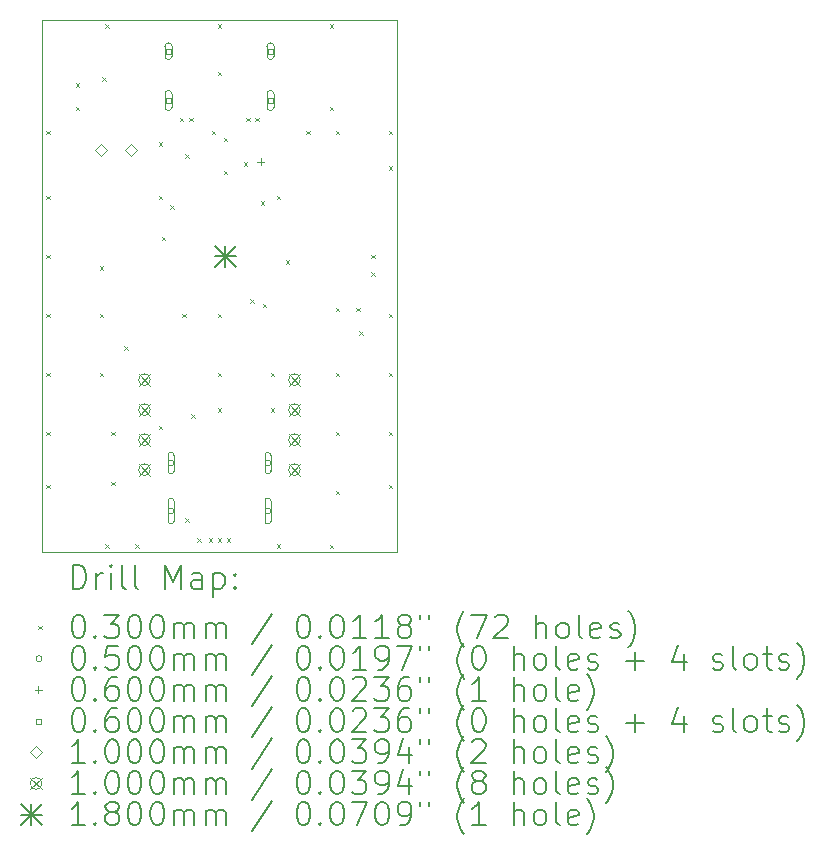
<source format=gbr>
%TF.GenerationSoftware,KiCad,Pcbnew,9.0.4*%
%TF.CreationDate,2025-09-08T01:23:05+09:00*%
%TF.ProjectId,561SmartCard-USB,35363153-6d61-4727-9443-6172642d5553,rev?*%
%TF.SameCoordinates,Original*%
%TF.FileFunction,Drillmap*%
%TF.FilePolarity,Positive*%
%FSLAX45Y45*%
G04 Gerber Fmt 4.5, Leading zero omitted, Abs format (unit mm)*
G04 Created by KiCad (PCBNEW 9.0.4) date 2025-09-08 01:23:05*
%MOMM*%
%LPD*%
G01*
G04 APERTURE LIST*
%ADD10C,0.050000*%
%ADD11C,0.200000*%
%ADD12C,0.100000*%
%ADD13C,0.180000*%
G04 APERTURE END LIST*
D10*
X8500000Y-7000000D02*
X11500000Y-7000000D01*
X11500000Y-11500000D01*
X8500000Y-11500000D01*
X8500000Y-7000000D01*
D11*
D12*
X8535000Y-7935000D02*
X8565000Y-7965000D01*
X8565000Y-7935000D02*
X8535000Y-7965000D01*
X8535000Y-8485000D02*
X8565000Y-8515000D01*
X8565000Y-8485000D02*
X8535000Y-8515000D01*
X8535000Y-8985000D02*
X8565000Y-9015000D01*
X8565000Y-8985000D02*
X8535000Y-9015000D01*
X8535000Y-9485000D02*
X8565000Y-9515000D01*
X8565000Y-9485000D02*
X8535000Y-9515000D01*
X8535000Y-9985000D02*
X8565000Y-10015000D01*
X8565000Y-9985000D02*
X8535000Y-10015000D01*
X8535000Y-10485000D02*
X8565000Y-10515000D01*
X8565000Y-10485000D02*
X8535000Y-10515000D01*
X8535000Y-10935000D02*
X8565000Y-10965000D01*
X8565000Y-10935000D02*
X8535000Y-10965000D01*
X8785000Y-7535000D02*
X8815000Y-7565000D01*
X8815000Y-7535000D02*
X8785000Y-7565000D01*
X8785000Y-7735000D02*
X8815000Y-7765000D01*
X8815000Y-7735000D02*
X8785000Y-7765000D01*
X8985000Y-9085000D02*
X9015000Y-9115000D01*
X9015000Y-9085000D02*
X8985000Y-9115000D01*
X8985000Y-9485000D02*
X9015000Y-9515000D01*
X9015000Y-9485000D02*
X8985000Y-9515000D01*
X8985000Y-9985000D02*
X9015000Y-10015000D01*
X9015000Y-9985000D02*
X8985000Y-10015000D01*
X9010000Y-7485000D02*
X9040000Y-7515000D01*
X9040000Y-7485000D02*
X9010000Y-7515000D01*
X9035000Y-7035000D02*
X9065000Y-7065000D01*
X9065000Y-7035000D02*
X9035000Y-7065000D01*
X9035000Y-11435000D02*
X9065000Y-11465000D01*
X9065000Y-11435000D02*
X9035000Y-11465000D01*
X9085000Y-10485000D02*
X9115000Y-10515000D01*
X9115000Y-10485000D02*
X9085000Y-10515000D01*
X9085000Y-10910000D02*
X9115000Y-10940000D01*
X9115000Y-10910000D02*
X9085000Y-10940000D01*
X9195000Y-9760000D02*
X9225000Y-9790000D01*
X9225000Y-9760000D02*
X9195000Y-9790000D01*
X9285000Y-11435000D02*
X9315000Y-11465000D01*
X9315000Y-11435000D02*
X9285000Y-11465000D01*
X9485000Y-8035000D02*
X9515000Y-8065000D01*
X9515000Y-8035000D02*
X9485000Y-8065000D01*
X9485000Y-8485000D02*
X9515000Y-8515000D01*
X9515000Y-8485000D02*
X9485000Y-8515000D01*
X9485000Y-10435000D02*
X9515000Y-10465000D01*
X9515000Y-10435000D02*
X9485000Y-10465000D01*
X9510000Y-8835000D02*
X9540000Y-8865000D01*
X9540000Y-8835000D02*
X9510000Y-8865000D01*
X9585000Y-8565000D02*
X9615000Y-8595000D01*
X9615000Y-8565000D02*
X9585000Y-8595000D01*
X9665000Y-7825000D02*
X9695000Y-7855000D01*
X9695000Y-7825000D02*
X9665000Y-7855000D01*
X9685000Y-9485000D02*
X9715000Y-9515000D01*
X9715000Y-9485000D02*
X9685000Y-9515000D01*
X9710000Y-8135000D02*
X9740000Y-8165000D01*
X9740000Y-8135000D02*
X9710000Y-8165000D01*
X9710000Y-11215000D02*
X9740000Y-11245000D01*
X9740000Y-11215000D02*
X9710000Y-11245000D01*
X9745000Y-7825000D02*
X9775000Y-7855000D01*
X9775000Y-7825000D02*
X9745000Y-7855000D01*
X9760000Y-10335000D02*
X9790000Y-10365000D01*
X9790000Y-10335000D02*
X9760000Y-10365000D01*
X9810000Y-11385000D02*
X9840000Y-11415000D01*
X9840000Y-11385000D02*
X9810000Y-11415000D01*
X9910000Y-11385000D02*
X9940000Y-11415000D01*
X9940000Y-11385000D02*
X9910000Y-11415000D01*
X9935000Y-7935000D02*
X9965000Y-7965000D01*
X9965000Y-7935000D02*
X9935000Y-7965000D01*
X9985000Y-7035000D02*
X10015000Y-7065000D01*
X10015000Y-7035000D02*
X9985000Y-7065000D01*
X9985000Y-7435000D02*
X10015000Y-7465000D01*
X10015000Y-7435000D02*
X9985000Y-7465000D01*
X9985000Y-9485000D02*
X10015000Y-9515000D01*
X10015000Y-9485000D02*
X9985000Y-9515000D01*
X9985000Y-9985000D02*
X10015000Y-10015000D01*
X10015000Y-9985000D02*
X9985000Y-10015000D01*
X9985000Y-10285000D02*
X10015000Y-10315000D01*
X10015000Y-10285000D02*
X9985000Y-10315000D01*
X9985000Y-11385000D02*
X10015000Y-11415000D01*
X10015000Y-11385000D02*
X9985000Y-11415000D01*
X10035000Y-7995000D02*
X10065000Y-8025000D01*
X10065000Y-7995000D02*
X10035000Y-8025000D01*
X10035000Y-8275000D02*
X10065000Y-8305000D01*
X10065000Y-8275000D02*
X10035000Y-8305000D01*
X10060000Y-11385000D02*
X10090000Y-11415000D01*
X10090000Y-11385000D02*
X10060000Y-11415000D01*
X10205000Y-8205000D02*
X10235000Y-8235000D01*
X10235000Y-8205000D02*
X10205000Y-8235000D01*
X10225000Y-7825000D02*
X10255000Y-7855000D01*
X10255000Y-7825000D02*
X10225000Y-7855000D01*
X10260000Y-9365000D02*
X10290000Y-9395000D01*
X10290000Y-9365000D02*
X10260000Y-9395000D01*
X10305000Y-7825000D02*
X10335000Y-7855000D01*
X10335000Y-7825000D02*
X10305000Y-7855000D01*
X10350000Y-8535000D02*
X10380000Y-8565000D01*
X10380000Y-8535000D02*
X10350000Y-8565000D01*
X10365000Y-9400000D02*
X10395000Y-9430000D01*
X10395000Y-9400000D02*
X10365000Y-9430000D01*
X10435000Y-9985000D02*
X10465000Y-10015000D01*
X10465000Y-9985000D02*
X10435000Y-10015000D01*
X10435000Y-10285000D02*
X10465000Y-10315000D01*
X10465000Y-10285000D02*
X10435000Y-10315000D01*
X10485000Y-8485000D02*
X10515000Y-8515000D01*
X10515000Y-8485000D02*
X10485000Y-8515000D01*
X10485000Y-11435000D02*
X10515000Y-11465000D01*
X10515000Y-11435000D02*
X10485000Y-11465000D01*
X10560000Y-9035000D02*
X10590000Y-9065000D01*
X10590000Y-9035000D02*
X10560000Y-9065000D01*
X10735000Y-7935000D02*
X10765000Y-7965000D01*
X10765000Y-7935000D02*
X10735000Y-7965000D01*
X10935000Y-7035000D02*
X10965000Y-7065000D01*
X10965000Y-7035000D02*
X10935000Y-7065000D01*
X10935000Y-7735000D02*
X10965000Y-7765000D01*
X10965000Y-7735000D02*
X10935000Y-7765000D01*
X10935000Y-11440000D02*
X10965000Y-11470000D01*
X10965000Y-11440000D02*
X10935000Y-11470000D01*
X10985000Y-7935000D02*
X11015000Y-7965000D01*
X11015000Y-7935000D02*
X10985000Y-7965000D01*
X10985000Y-9435000D02*
X11015000Y-9465000D01*
X11015000Y-9435000D02*
X10985000Y-9465000D01*
X10985000Y-9985000D02*
X11015000Y-10015000D01*
X11015000Y-9985000D02*
X10985000Y-10015000D01*
X10985000Y-10485000D02*
X11015000Y-10515000D01*
X11015000Y-10485000D02*
X10985000Y-10515000D01*
X10985000Y-10985000D02*
X11015000Y-11015000D01*
X11015000Y-10985000D02*
X10985000Y-11015000D01*
X11160000Y-9435000D02*
X11190000Y-9465000D01*
X11190000Y-9435000D02*
X11160000Y-9465000D01*
X11185000Y-9635000D02*
X11215000Y-9665000D01*
X11215000Y-9635000D02*
X11185000Y-9665000D01*
X11285000Y-8985000D02*
X11315000Y-9015000D01*
X11315000Y-8985000D02*
X11285000Y-9015000D01*
X11285000Y-9135000D02*
X11315000Y-9165000D01*
X11315000Y-9135000D02*
X11285000Y-9165000D01*
X11435000Y-7935000D02*
X11465000Y-7965000D01*
X11465000Y-7935000D02*
X11435000Y-7965000D01*
X11435000Y-8235000D02*
X11465000Y-8265000D01*
X11465000Y-8235000D02*
X11435000Y-8265000D01*
X11435000Y-9485000D02*
X11465000Y-9515000D01*
X11465000Y-9485000D02*
X11435000Y-9515000D01*
X11435000Y-9985000D02*
X11465000Y-10015000D01*
X11465000Y-9985000D02*
X11435000Y-10015000D01*
X11435000Y-10485000D02*
X11465000Y-10515000D01*
X11465000Y-10485000D02*
X11435000Y-10515000D01*
X11435000Y-10935000D02*
X11465000Y-10965000D01*
X11465000Y-10935000D02*
X11435000Y-10965000D01*
X9615000Y-10750000D02*
G75*
G02*
X9565000Y-10750000I-25000J0D01*
G01*
X9565000Y-10750000D02*
G75*
G02*
X9615000Y-10750000I25000J0D01*
G01*
X9615000Y-10815000D02*
X9615000Y-10685000D01*
X9565000Y-10685000D02*
G75*
G02*
X9615000Y-10685000I25000J0D01*
G01*
X9565000Y-10685000D02*
X9565000Y-10815000D01*
X9565000Y-10815000D02*
G75*
G03*
X9615000Y-10815000I25000J0D01*
G01*
X9615000Y-11155000D02*
G75*
G02*
X9565000Y-11155000I-25000J0D01*
G01*
X9565000Y-11155000D02*
G75*
G02*
X9615000Y-11155000I25000J0D01*
G01*
X9615000Y-11240000D02*
X9615000Y-11070000D01*
X9565000Y-11070000D02*
G75*
G02*
X9615000Y-11070000I25000J0D01*
G01*
X9565000Y-11070000D02*
X9565000Y-11240000D01*
X9565000Y-11240000D02*
G75*
G03*
X9615000Y-11240000I25000J0D01*
G01*
X10435000Y-10750000D02*
G75*
G02*
X10385000Y-10750000I-25000J0D01*
G01*
X10385000Y-10750000D02*
G75*
G02*
X10435000Y-10750000I25000J0D01*
G01*
X10435000Y-10815000D02*
X10435000Y-10685000D01*
X10385000Y-10685000D02*
G75*
G02*
X10435000Y-10685000I25000J0D01*
G01*
X10385000Y-10685000D02*
X10385000Y-10815000D01*
X10385000Y-10815000D02*
G75*
G03*
X10435000Y-10815000I25000J0D01*
G01*
X10435000Y-11155000D02*
G75*
G02*
X10385000Y-11155000I-25000J0D01*
G01*
X10385000Y-11155000D02*
G75*
G02*
X10435000Y-11155000I25000J0D01*
G01*
X10435000Y-11240000D02*
X10435000Y-11070000D01*
X10385000Y-11070000D02*
G75*
G02*
X10435000Y-11070000I25000J0D01*
G01*
X10385000Y-11070000D02*
X10385000Y-11240000D01*
X10385000Y-11240000D02*
G75*
G03*
X10435000Y-11240000I25000J0D01*
G01*
X10350000Y-8170000D02*
X10350000Y-8230000D01*
X10320000Y-8200000D02*
X10380000Y-8200000D01*
X9589213Y-7283713D02*
X9589213Y-7241287D01*
X9546787Y-7241287D01*
X9546787Y-7283713D01*
X9589213Y-7283713D01*
X9538000Y-7222500D02*
X9538000Y-7302500D01*
X9598000Y-7302500D02*
G75*
G02*
X9538000Y-7302500I-30000J0D01*
G01*
X9598000Y-7302500D02*
X9598000Y-7222500D01*
X9598000Y-7222500D02*
G75*
G03*
X9538000Y-7222500I-30000J0D01*
G01*
X9589213Y-7701713D02*
X9589213Y-7659287D01*
X9546787Y-7659287D01*
X9546787Y-7701713D01*
X9589213Y-7701713D01*
X9538000Y-7625500D02*
X9538000Y-7735500D01*
X9598000Y-7735500D02*
G75*
G02*
X9538000Y-7735500I-30000J0D01*
G01*
X9598000Y-7735500D02*
X9598000Y-7625500D01*
X9598000Y-7625500D02*
G75*
G03*
X9538000Y-7625500I-30000J0D01*
G01*
X10453213Y-7283713D02*
X10453213Y-7241287D01*
X10410787Y-7241287D01*
X10410787Y-7283713D01*
X10453213Y-7283713D01*
X10402000Y-7222500D02*
X10402000Y-7302500D01*
X10462000Y-7302500D02*
G75*
G02*
X10402000Y-7302500I-30000J0D01*
G01*
X10462000Y-7302500D02*
X10462000Y-7222500D01*
X10462000Y-7222500D02*
G75*
G03*
X10402000Y-7222500I-30000J0D01*
G01*
X10453213Y-7701713D02*
X10453213Y-7659287D01*
X10410787Y-7659287D01*
X10410787Y-7701713D01*
X10453213Y-7701713D01*
X10402000Y-7625500D02*
X10402000Y-7735500D01*
X10462000Y-7735500D02*
G75*
G02*
X10402000Y-7735500I-30000J0D01*
G01*
X10462000Y-7735500D02*
X10462000Y-7625500D01*
X10462000Y-7625500D02*
G75*
G03*
X10402000Y-7625500I-30000J0D01*
G01*
X9000000Y-8150000D02*
X9050000Y-8100000D01*
X9000000Y-8050000D01*
X8950000Y-8100000D01*
X9000000Y-8150000D01*
X9250000Y-8150000D02*
X9300000Y-8100000D01*
X9250000Y-8050000D01*
X9200000Y-8100000D01*
X9250000Y-8150000D01*
X9315000Y-9994000D02*
X9415000Y-10094000D01*
X9415000Y-9994000D02*
X9315000Y-10094000D01*
X9415000Y-10044000D02*
G75*
G02*
X9315000Y-10044000I-50000J0D01*
G01*
X9315000Y-10044000D02*
G75*
G02*
X9415000Y-10044000I50000J0D01*
G01*
X9315000Y-10248000D02*
X9415000Y-10348000D01*
X9415000Y-10248000D02*
X9315000Y-10348000D01*
X9415000Y-10298000D02*
G75*
G02*
X9315000Y-10298000I-50000J0D01*
G01*
X9315000Y-10298000D02*
G75*
G02*
X9415000Y-10298000I50000J0D01*
G01*
X9315000Y-10502000D02*
X9415000Y-10602000D01*
X9415000Y-10502000D02*
X9315000Y-10602000D01*
X9415000Y-10552000D02*
G75*
G02*
X9315000Y-10552000I-50000J0D01*
G01*
X9315000Y-10552000D02*
G75*
G02*
X9415000Y-10552000I50000J0D01*
G01*
X9315000Y-10756000D02*
X9415000Y-10856000D01*
X9415000Y-10756000D02*
X9315000Y-10856000D01*
X9415000Y-10806000D02*
G75*
G02*
X9315000Y-10806000I-50000J0D01*
G01*
X9315000Y-10806000D02*
G75*
G02*
X9415000Y-10806000I50000J0D01*
G01*
X10585000Y-9994000D02*
X10685000Y-10094000D01*
X10685000Y-9994000D02*
X10585000Y-10094000D01*
X10685000Y-10044000D02*
G75*
G02*
X10585000Y-10044000I-50000J0D01*
G01*
X10585000Y-10044000D02*
G75*
G02*
X10685000Y-10044000I50000J0D01*
G01*
X10585000Y-10248000D02*
X10685000Y-10348000D01*
X10685000Y-10248000D02*
X10585000Y-10348000D01*
X10685000Y-10298000D02*
G75*
G02*
X10585000Y-10298000I-50000J0D01*
G01*
X10585000Y-10298000D02*
G75*
G02*
X10685000Y-10298000I50000J0D01*
G01*
X10585000Y-10502000D02*
X10685000Y-10602000D01*
X10685000Y-10502000D02*
X10585000Y-10602000D01*
X10685000Y-10552000D02*
G75*
G02*
X10585000Y-10552000I-50000J0D01*
G01*
X10585000Y-10552000D02*
G75*
G02*
X10685000Y-10552000I50000J0D01*
G01*
X10585000Y-10756000D02*
X10685000Y-10856000D01*
X10685000Y-10756000D02*
X10585000Y-10856000D01*
X10685000Y-10806000D02*
G75*
G02*
X10585000Y-10806000I-50000J0D01*
G01*
X10585000Y-10806000D02*
G75*
G02*
X10685000Y-10806000I50000J0D01*
G01*
D13*
X9960000Y-8910000D02*
X10140000Y-9090000D01*
X10140000Y-8910000D02*
X9960000Y-9090000D01*
X10050000Y-8910000D02*
X10050000Y-9090000D01*
X9960000Y-9000000D02*
X10140000Y-9000000D01*
D11*
X8758277Y-11813984D02*
X8758277Y-11613984D01*
X8758277Y-11613984D02*
X8805896Y-11613984D01*
X8805896Y-11613984D02*
X8834467Y-11623508D01*
X8834467Y-11623508D02*
X8853515Y-11642555D01*
X8853515Y-11642555D02*
X8863039Y-11661603D01*
X8863039Y-11661603D02*
X8872563Y-11699698D01*
X8872563Y-11699698D02*
X8872563Y-11728269D01*
X8872563Y-11728269D02*
X8863039Y-11766365D01*
X8863039Y-11766365D02*
X8853515Y-11785412D01*
X8853515Y-11785412D02*
X8834467Y-11804460D01*
X8834467Y-11804460D02*
X8805896Y-11813984D01*
X8805896Y-11813984D02*
X8758277Y-11813984D01*
X8958277Y-11813984D02*
X8958277Y-11680650D01*
X8958277Y-11718746D02*
X8967801Y-11699698D01*
X8967801Y-11699698D02*
X8977324Y-11690174D01*
X8977324Y-11690174D02*
X8996372Y-11680650D01*
X8996372Y-11680650D02*
X9015420Y-11680650D01*
X9082086Y-11813984D02*
X9082086Y-11680650D01*
X9082086Y-11613984D02*
X9072563Y-11623508D01*
X9072563Y-11623508D02*
X9082086Y-11633031D01*
X9082086Y-11633031D02*
X9091610Y-11623508D01*
X9091610Y-11623508D02*
X9082086Y-11613984D01*
X9082086Y-11613984D02*
X9082086Y-11633031D01*
X9205896Y-11813984D02*
X9186848Y-11804460D01*
X9186848Y-11804460D02*
X9177324Y-11785412D01*
X9177324Y-11785412D02*
X9177324Y-11613984D01*
X9310658Y-11813984D02*
X9291610Y-11804460D01*
X9291610Y-11804460D02*
X9282086Y-11785412D01*
X9282086Y-11785412D02*
X9282086Y-11613984D01*
X9539229Y-11813984D02*
X9539229Y-11613984D01*
X9539229Y-11613984D02*
X9605896Y-11756841D01*
X9605896Y-11756841D02*
X9672563Y-11613984D01*
X9672563Y-11613984D02*
X9672563Y-11813984D01*
X9853515Y-11813984D02*
X9853515Y-11709222D01*
X9853515Y-11709222D02*
X9843991Y-11690174D01*
X9843991Y-11690174D02*
X9824944Y-11680650D01*
X9824944Y-11680650D02*
X9786848Y-11680650D01*
X9786848Y-11680650D02*
X9767801Y-11690174D01*
X9853515Y-11804460D02*
X9834467Y-11813984D01*
X9834467Y-11813984D02*
X9786848Y-11813984D01*
X9786848Y-11813984D02*
X9767801Y-11804460D01*
X9767801Y-11804460D02*
X9758277Y-11785412D01*
X9758277Y-11785412D02*
X9758277Y-11766365D01*
X9758277Y-11766365D02*
X9767801Y-11747317D01*
X9767801Y-11747317D02*
X9786848Y-11737793D01*
X9786848Y-11737793D02*
X9834467Y-11737793D01*
X9834467Y-11737793D02*
X9853515Y-11728269D01*
X9948753Y-11680650D02*
X9948753Y-11880650D01*
X9948753Y-11690174D02*
X9967801Y-11680650D01*
X9967801Y-11680650D02*
X10005896Y-11680650D01*
X10005896Y-11680650D02*
X10024944Y-11690174D01*
X10024944Y-11690174D02*
X10034467Y-11699698D01*
X10034467Y-11699698D02*
X10043991Y-11718746D01*
X10043991Y-11718746D02*
X10043991Y-11775888D01*
X10043991Y-11775888D02*
X10034467Y-11794936D01*
X10034467Y-11794936D02*
X10024944Y-11804460D01*
X10024944Y-11804460D02*
X10005896Y-11813984D01*
X10005896Y-11813984D02*
X9967801Y-11813984D01*
X9967801Y-11813984D02*
X9948753Y-11804460D01*
X10129705Y-11794936D02*
X10139229Y-11804460D01*
X10139229Y-11804460D02*
X10129705Y-11813984D01*
X10129705Y-11813984D02*
X10120182Y-11804460D01*
X10120182Y-11804460D02*
X10129705Y-11794936D01*
X10129705Y-11794936D02*
X10129705Y-11813984D01*
X10129705Y-11690174D02*
X10139229Y-11699698D01*
X10139229Y-11699698D02*
X10129705Y-11709222D01*
X10129705Y-11709222D02*
X10120182Y-11699698D01*
X10120182Y-11699698D02*
X10129705Y-11690174D01*
X10129705Y-11690174D02*
X10129705Y-11709222D01*
D12*
X8467500Y-12127500D02*
X8497500Y-12157500D01*
X8497500Y-12127500D02*
X8467500Y-12157500D01*
D11*
X8796372Y-12033984D02*
X8815420Y-12033984D01*
X8815420Y-12033984D02*
X8834467Y-12043508D01*
X8834467Y-12043508D02*
X8843991Y-12053031D01*
X8843991Y-12053031D02*
X8853515Y-12072079D01*
X8853515Y-12072079D02*
X8863039Y-12110174D01*
X8863039Y-12110174D02*
X8863039Y-12157793D01*
X8863039Y-12157793D02*
X8853515Y-12195888D01*
X8853515Y-12195888D02*
X8843991Y-12214936D01*
X8843991Y-12214936D02*
X8834467Y-12224460D01*
X8834467Y-12224460D02*
X8815420Y-12233984D01*
X8815420Y-12233984D02*
X8796372Y-12233984D01*
X8796372Y-12233984D02*
X8777324Y-12224460D01*
X8777324Y-12224460D02*
X8767801Y-12214936D01*
X8767801Y-12214936D02*
X8758277Y-12195888D01*
X8758277Y-12195888D02*
X8748753Y-12157793D01*
X8748753Y-12157793D02*
X8748753Y-12110174D01*
X8748753Y-12110174D02*
X8758277Y-12072079D01*
X8758277Y-12072079D02*
X8767801Y-12053031D01*
X8767801Y-12053031D02*
X8777324Y-12043508D01*
X8777324Y-12043508D02*
X8796372Y-12033984D01*
X8948753Y-12214936D02*
X8958277Y-12224460D01*
X8958277Y-12224460D02*
X8948753Y-12233984D01*
X8948753Y-12233984D02*
X8939229Y-12224460D01*
X8939229Y-12224460D02*
X8948753Y-12214936D01*
X8948753Y-12214936D02*
X8948753Y-12233984D01*
X9024944Y-12033984D02*
X9148753Y-12033984D01*
X9148753Y-12033984D02*
X9082086Y-12110174D01*
X9082086Y-12110174D02*
X9110658Y-12110174D01*
X9110658Y-12110174D02*
X9129705Y-12119698D01*
X9129705Y-12119698D02*
X9139229Y-12129222D01*
X9139229Y-12129222D02*
X9148753Y-12148269D01*
X9148753Y-12148269D02*
X9148753Y-12195888D01*
X9148753Y-12195888D02*
X9139229Y-12214936D01*
X9139229Y-12214936D02*
X9129705Y-12224460D01*
X9129705Y-12224460D02*
X9110658Y-12233984D01*
X9110658Y-12233984D02*
X9053515Y-12233984D01*
X9053515Y-12233984D02*
X9034467Y-12224460D01*
X9034467Y-12224460D02*
X9024944Y-12214936D01*
X9272563Y-12033984D02*
X9291610Y-12033984D01*
X9291610Y-12033984D02*
X9310658Y-12043508D01*
X9310658Y-12043508D02*
X9320182Y-12053031D01*
X9320182Y-12053031D02*
X9329705Y-12072079D01*
X9329705Y-12072079D02*
X9339229Y-12110174D01*
X9339229Y-12110174D02*
X9339229Y-12157793D01*
X9339229Y-12157793D02*
X9329705Y-12195888D01*
X9329705Y-12195888D02*
X9320182Y-12214936D01*
X9320182Y-12214936D02*
X9310658Y-12224460D01*
X9310658Y-12224460D02*
X9291610Y-12233984D01*
X9291610Y-12233984D02*
X9272563Y-12233984D01*
X9272563Y-12233984D02*
X9253515Y-12224460D01*
X9253515Y-12224460D02*
X9243991Y-12214936D01*
X9243991Y-12214936D02*
X9234467Y-12195888D01*
X9234467Y-12195888D02*
X9224944Y-12157793D01*
X9224944Y-12157793D02*
X9224944Y-12110174D01*
X9224944Y-12110174D02*
X9234467Y-12072079D01*
X9234467Y-12072079D02*
X9243991Y-12053031D01*
X9243991Y-12053031D02*
X9253515Y-12043508D01*
X9253515Y-12043508D02*
X9272563Y-12033984D01*
X9463039Y-12033984D02*
X9482086Y-12033984D01*
X9482086Y-12033984D02*
X9501134Y-12043508D01*
X9501134Y-12043508D02*
X9510658Y-12053031D01*
X9510658Y-12053031D02*
X9520182Y-12072079D01*
X9520182Y-12072079D02*
X9529705Y-12110174D01*
X9529705Y-12110174D02*
X9529705Y-12157793D01*
X9529705Y-12157793D02*
X9520182Y-12195888D01*
X9520182Y-12195888D02*
X9510658Y-12214936D01*
X9510658Y-12214936D02*
X9501134Y-12224460D01*
X9501134Y-12224460D02*
X9482086Y-12233984D01*
X9482086Y-12233984D02*
X9463039Y-12233984D01*
X9463039Y-12233984D02*
X9443991Y-12224460D01*
X9443991Y-12224460D02*
X9434467Y-12214936D01*
X9434467Y-12214936D02*
X9424944Y-12195888D01*
X9424944Y-12195888D02*
X9415420Y-12157793D01*
X9415420Y-12157793D02*
X9415420Y-12110174D01*
X9415420Y-12110174D02*
X9424944Y-12072079D01*
X9424944Y-12072079D02*
X9434467Y-12053031D01*
X9434467Y-12053031D02*
X9443991Y-12043508D01*
X9443991Y-12043508D02*
X9463039Y-12033984D01*
X9615420Y-12233984D02*
X9615420Y-12100650D01*
X9615420Y-12119698D02*
X9624944Y-12110174D01*
X9624944Y-12110174D02*
X9643991Y-12100650D01*
X9643991Y-12100650D02*
X9672563Y-12100650D01*
X9672563Y-12100650D02*
X9691610Y-12110174D01*
X9691610Y-12110174D02*
X9701134Y-12129222D01*
X9701134Y-12129222D02*
X9701134Y-12233984D01*
X9701134Y-12129222D02*
X9710658Y-12110174D01*
X9710658Y-12110174D02*
X9729705Y-12100650D01*
X9729705Y-12100650D02*
X9758277Y-12100650D01*
X9758277Y-12100650D02*
X9777325Y-12110174D01*
X9777325Y-12110174D02*
X9786848Y-12129222D01*
X9786848Y-12129222D02*
X9786848Y-12233984D01*
X9882086Y-12233984D02*
X9882086Y-12100650D01*
X9882086Y-12119698D02*
X9891610Y-12110174D01*
X9891610Y-12110174D02*
X9910658Y-12100650D01*
X9910658Y-12100650D02*
X9939229Y-12100650D01*
X9939229Y-12100650D02*
X9958277Y-12110174D01*
X9958277Y-12110174D02*
X9967801Y-12129222D01*
X9967801Y-12129222D02*
X9967801Y-12233984D01*
X9967801Y-12129222D02*
X9977325Y-12110174D01*
X9977325Y-12110174D02*
X9996372Y-12100650D01*
X9996372Y-12100650D02*
X10024944Y-12100650D01*
X10024944Y-12100650D02*
X10043991Y-12110174D01*
X10043991Y-12110174D02*
X10053515Y-12129222D01*
X10053515Y-12129222D02*
X10053515Y-12233984D01*
X10443991Y-12024460D02*
X10272563Y-12281603D01*
X10701134Y-12033984D02*
X10720182Y-12033984D01*
X10720182Y-12033984D02*
X10739229Y-12043508D01*
X10739229Y-12043508D02*
X10748753Y-12053031D01*
X10748753Y-12053031D02*
X10758277Y-12072079D01*
X10758277Y-12072079D02*
X10767801Y-12110174D01*
X10767801Y-12110174D02*
X10767801Y-12157793D01*
X10767801Y-12157793D02*
X10758277Y-12195888D01*
X10758277Y-12195888D02*
X10748753Y-12214936D01*
X10748753Y-12214936D02*
X10739229Y-12224460D01*
X10739229Y-12224460D02*
X10720182Y-12233984D01*
X10720182Y-12233984D02*
X10701134Y-12233984D01*
X10701134Y-12233984D02*
X10682087Y-12224460D01*
X10682087Y-12224460D02*
X10672563Y-12214936D01*
X10672563Y-12214936D02*
X10663039Y-12195888D01*
X10663039Y-12195888D02*
X10653515Y-12157793D01*
X10653515Y-12157793D02*
X10653515Y-12110174D01*
X10653515Y-12110174D02*
X10663039Y-12072079D01*
X10663039Y-12072079D02*
X10672563Y-12053031D01*
X10672563Y-12053031D02*
X10682087Y-12043508D01*
X10682087Y-12043508D02*
X10701134Y-12033984D01*
X10853515Y-12214936D02*
X10863039Y-12224460D01*
X10863039Y-12224460D02*
X10853515Y-12233984D01*
X10853515Y-12233984D02*
X10843991Y-12224460D01*
X10843991Y-12224460D02*
X10853515Y-12214936D01*
X10853515Y-12214936D02*
X10853515Y-12233984D01*
X10986848Y-12033984D02*
X11005896Y-12033984D01*
X11005896Y-12033984D02*
X11024944Y-12043508D01*
X11024944Y-12043508D02*
X11034468Y-12053031D01*
X11034468Y-12053031D02*
X11043991Y-12072079D01*
X11043991Y-12072079D02*
X11053515Y-12110174D01*
X11053515Y-12110174D02*
X11053515Y-12157793D01*
X11053515Y-12157793D02*
X11043991Y-12195888D01*
X11043991Y-12195888D02*
X11034468Y-12214936D01*
X11034468Y-12214936D02*
X11024944Y-12224460D01*
X11024944Y-12224460D02*
X11005896Y-12233984D01*
X11005896Y-12233984D02*
X10986848Y-12233984D01*
X10986848Y-12233984D02*
X10967801Y-12224460D01*
X10967801Y-12224460D02*
X10958277Y-12214936D01*
X10958277Y-12214936D02*
X10948753Y-12195888D01*
X10948753Y-12195888D02*
X10939229Y-12157793D01*
X10939229Y-12157793D02*
X10939229Y-12110174D01*
X10939229Y-12110174D02*
X10948753Y-12072079D01*
X10948753Y-12072079D02*
X10958277Y-12053031D01*
X10958277Y-12053031D02*
X10967801Y-12043508D01*
X10967801Y-12043508D02*
X10986848Y-12033984D01*
X11243991Y-12233984D02*
X11129706Y-12233984D01*
X11186848Y-12233984D02*
X11186848Y-12033984D01*
X11186848Y-12033984D02*
X11167801Y-12062555D01*
X11167801Y-12062555D02*
X11148753Y-12081603D01*
X11148753Y-12081603D02*
X11129706Y-12091127D01*
X11434467Y-12233984D02*
X11320182Y-12233984D01*
X11377325Y-12233984D02*
X11377325Y-12033984D01*
X11377325Y-12033984D02*
X11358277Y-12062555D01*
X11358277Y-12062555D02*
X11339229Y-12081603D01*
X11339229Y-12081603D02*
X11320182Y-12091127D01*
X11548753Y-12119698D02*
X11529706Y-12110174D01*
X11529706Y-12110174D02*
X11520182Y-12100650D01*
X11520182Y-12100650D02*
X11510658Y-12081603D01*
X11510658Y-12081603D02*
X11510658Y-12072079D01*
X11510658Y-12072079D02*
X11520182Y-12053031D01*
X11520182Y-12053031D02*
X11529706Y-12043508D01*
X11529706Y-12043508D02*
X11548753Y-12033984D01*
X11548753Y-12033984D02*
X11586848Y-12033984D01*
X11586848Y-12033984D02*
X11605896Y-12043508D01*
X11605896Y-12043508D02*
X11615420Y-12053031D01*
X11615420Y-12053031D02*
X11624944Y-12072079D01*
X11624944Y-12072079D02*
X11624944Y-12081603D01*
X11624944Y-12081603D02*
X11615420Y-12100650D01*
X11615420Y-12100650D02*
X11605896Y-12110174D01*
X11605896Y-12110174D02*
X11586848Y-12119698D01*
X11586848Y-12119698D02*
X11548753Y-12119698D01*
X11548753Y-12119698D02*
X11529706Y-12129222D01*
X11529706Y-12129222D02*
X11520182Y-12138746D01*
X11520182Y-12138746D02*
X11510658Y-12157793D01*
X11510658Y-12157793D02*
X11510658Y-12195888D01*
X11510658Y-12195888D02*
X11520182Y-12214936D01*
X11520182Y-12214936D02*
X11529706Y-12224460D01*
X11529706Y-12224460D02*
X11548753Y-12233984D01*
X11548753Y-12233984D02*
X11586848Y-12233984D01*
X11586848Y-12233984D02*
X11605896Y-12224460D01*
X11605896Y-12224460D02*
X11615420Y-12214936D01*
X11615420Y-12214936D02*
X11624944Y-12195888D01*
X11624944Y-12195888D02*
X11624944Y-12157793D01*
X11624944Y-12157793D02*
X11615420Y-12138746D01*
X11615420Y-12138746D02*
X11605896Y-12129222D01*
X11605896Y-12129222D02*
X11586848Y-12119698D01*
X11701134Y-12033984D02*
X11701134Y-12072079D01*
X11777325Y-12033984D02*
X11777325Y-12072079D01*
X12072563Y-12310174D02*
X12063039Y-12300650D01*
X12063039Y-12300650D02*
X12043991Y-12272079D01*
X12043991Y-12272079D02*
X12034468Y-12253031D01*
X12034468Y-12253031D02*
X12024944Y-12224460D01*
X12024944Y-12224460D02*
X12015420Y-12176841D01*
X12015420Y-12176841D02*
X12015420Y-12138746D01*
X12015420Y-12138746D02*
X12024944Y-12091127D01*
X12024944Y-12091127D02*
X12034468Y-12062555D01*
X12034468Y-12062555D02*
X12043991Y-12043508D01*
X12043991Y-12043508D02*
X12063039Y-12014936D01*
X12063039Y-12014936D02*
X12072563Y-12005412D01*
X12129706Y-12033984D02*
X12263039Y-12033984D01*
X12263039Y-12033984D02*
X12177325Y-12233984D01*
X12329706Y-12053031D02*
X12339229Y-12043508D01*
X12339229Y-12043508D02*
X12358277Y-12033984D01*
X12358277Y-12033984D02*
X12405896Y-12033984D01*
X12405896Y-12033984D02*
X12424944Y-12043508D01*
X12424944Y-12043508D02*
X12434468Y-12053031D01*
X12434468Y-12053031D02*
X12443991Y-12072079D01*
X12443991Y-12072079D02*
X12443991Y-12091127D01*
X12443991Y-12091127D02*
X12434468Y-12119698D01*
X12434468Y-12119698D02*
X12320182Y-12233984D01*
X12320182Y-12233984D02*
X12443991Y-12233984D01*
X12682087Y-12233984D02*
X12682087Y-12033984D01*
X12767801Y-12233984D02*
X12767801Y-12129222D01*
X12767801Y-12129222D02*
X12758277Y-12110174D01*
X12758277Y-12110174D02*
X12739230Y-12100650D01*
X12739230Y-12100650D02*
X12710658Y-12100650D01*
X12710658Y-12100650D02*
X12691610Y-12110174D01*
X12691610Y-12110174D02*
X12682087Y-12119698D01*
X12891610Y-12233984D02*
X12872563Y-12224460D01*
X12872563Y-12224460D02*
X12863039Y-12214936D01*
X12863039Y-12214936D02*
X12853515Y-12195888D01*
X12853515Y-12195888D02*
X12853515Y-12138746D01*
X12853515Y-12138746D02*
X12863039Y-12119698D01*
X12863039Y-12119698D02*
X12872563Y-12110174D01*
X12872563Y-12110174D02*
X12891610Y-12100650D01*
X12891610Y-12100650D02*
X12920182Y-12100650D01*
X12920182Y-12100650D02*
X12939230Y-12110174D01*
X12939230Y-12110174D02*
X12948753Y-12119698D01*
X12948753Y-12119698D02*
X12958277Y-12138746D01*
X12958277Y-12138746D02*
X12958277Y-12195888D01*
X12958277Y-12195888D02*
X12948753Y-12214936D01*
X12948753Y-12214936D02*
X12939230Y-12224460D01*
X12939230Y-12224460D02*
X12920182Y-12233984D01*
X12920182Y-12233984D02*
X12891610Y-12233984D01*
X13072563Y-12233984D02*
X13053515Y-12224460D01*
X13053515Y-12224460D02*
X13043991Y-12205412D01*
X13043991Y-12205412D02*
X13043991Y-12033984D01*
X13224944Y-12224460D02*
X13205896Y-12233984D01*
X13205896Y-12233984D02*
X13167801Y-12233984D01*
X13167801Y-12233984D02*
X13148753Y-12224460D01*
X13148753Y-12224460D02*
X13139230Y-12205412D01*
X13139230Y-12205412D02*
X13139230Y-12129222D01*
X13139230Y-12129222D02*
X13148753Y-12110174D01*
X13148753Y-12110174D02*
X13167801Y-12100650D01*
X13167801Y-12100650D02*
X13205896Y-12100650D01*
X13205896Y-12100650D02*
X13224944Y-12110174D01*
X13224944Y-12110174D02*
X13234468Y-12129222D01*
X13234468Y-12129222D02*
X13234468Y-12148269D01*
X13234468Y-12148269D02*
X13139230Y-12167317D01*
X13310658Y-12224460D02*
X13329706Y-12233984D01*
X13329706Y-12233984D02*
X13367801Y-12233984D01*
X13367801Y-12233984D02*
X13386849Y-12224460D01*
X13386849Y-12224460D02*
X13396372Y-12205412D01*
X13396372Y-12205412D02*
X13396372Y-12195888D01*
X13396372Y-12195888D02*
X13386849Y-12176841D01*
X13386849Y-12176841D02*
X13367801Y-12167317D01*
X13367801Y-12167317D02*
X13339230Y-12167317D01*
X13339230Y-12167317D02*
X13320182Y-12157793D01*
X13320182Y-12157793D02*
X13310658Y-12138746D01*
X13310658Y-12138746D02*
X13310658Y-12129222D01*
X13310658Y-12129222D02*
X13320182Y-12110174D01*
X13320182Y-12110174D02*
X13339230Y-12100650D01*
X13339230Y-12100650D02*
X13367801Y-12100650D01*
X13367801Y-12100650D02*
X13386849Y-12110174D01*
X13463039Y-12310174D02*
X13472563Y-12300650D01*
X13472563Y-12300650D02*
X13491611Y-12272079D01*
X13491611Y-12272079D02*
X13501134Y-12253031D01*
X13501134Y-12253031D02*
X13510658Y-12224460D01*
X13510658Y-12224460D02*
X13520182Y-12176841D01*
X13520182Y-12176841D02*
X13520182Y-12138746D01*
X13520182Y-12138746D02*
X13510658Y-12091127D01*
X13510658Y-12091127D02*
X13501134Y-12062555D01*
X13501134Y-12062555D02*
X13491611Y-12043508D01*
X13491611Y-12043508D02*
X13472563Y-12014936D01*
X13472563Y-12014936D02*
X13463039Y-12005412D01*
D12*
X8497500Y-12406500D02*
G75*
G02*
X8447500Y-12406500I-25000J0D01*
G01*
X8447500Y-12406500D02*
G75*
G02*
X8497500Y-12406500I25000J0D01*
G01*
D11*
X8796372Y-12297984D02*
X8815420Y-12297984D01*
X8815420Y-12297984D02*
X8834467Y-12307508D01*
X8834467Y-12307508D02*
X8843991Y-12317031D01*
X8843991Y-12317031D02*
X8853515Y-12336079D01*
X8853515Y-12336079D02*
X8863039Y-12374174D01*
X8863039Y-12374174D02*
X8863039Y-12421793D01*
X8863039Y-12421793D02*
X8853515Y-12459888D01*
X8853515Y-12459888D02*
X8843991Y-12478936D01*
X8843991Y-12478936D02*
X8834467Y-12488460D01*
X8834467Y-12488460D02*
X8815420Y-12497984D01*
X8815420Y-12497984D02*
X8796372Y-12497984D01*
X8796372Y-12497984D02*
X8777324Y-12488460D01*
X8777324Y-12488460D02*
X8767801Y-12478936D01*
X8767801Y-12478936D02*
X8758277Y-12459888D01*
X8758277Y-12459888D02*
X8748753Y-12421793D01*
X8748753Y-12421793D02*
X8748753Y-12374174D01*
X8748753Y-12374174D02*
X8758277Y-12336079D01*
X8758277Y-12336079D02*
X8767801Y-12317031D01*
X8767801Y-12317031D02*
X8777324Y-12307508D01*
X8777324Y-12307508D02*
X8796372Y-12297984D01*
X8948753Y-12478936D02*
X8958277Y-12488460D01*
X8958277Y-12488460D02*
X8948753Y-12497984D01*
X8948753Y-12497984D02*
X8939229Y-12488460D01*
X8939229Y-12488460D02*
X8948753Y-12478936D01*
X8948753Y-12478936D02*
X8948753Y-12497984D01*
X9139229Y-12297984D02*
X9043991Y-12297984D01*
X9043991Y-12297984D02*
X9034467Y-12393222D01*
X9034467Y-12393222D02*
X9043991Y-12383698D01*
X9043991Y-12383698D02*
X9063039Y-12374174D01*
X9063039Y-12374174D02*
X9110658Y-12374174D01*
X9110658Y-12374174D02*
X9129705Y-12383698D01*
X9129705Y-12383698D02*
X9139229Y-12393222D01*
X9139229Y-12393222D02*
X9148753Y-12412269D01*
X9148753Y-12412269D02*
X9148753Y-12459888D01*
X9148753Y-12459888D02*
X9139229Y-12478936D01*
X9139229Y-12478936D02*
X9129705Y-12488460D01*
X9129705Y-12488460D02*
X9110658Y-12497984D01*
X9110658Y-12497984D02*
X9063039Y-12497984D01*
X9063039Y-12497984D02*
X9043991Y-12488460D01*
X9043991Y-12488460D02*
X9034467Y-12478936D01*
X9272563Y-12297984D02*
X9291610Y-12297984D01*
X9291610Y-12297984D02*
X9310658Y-12307508D01*
X9310658Y-12307508D02*
X9320182Y-12317031D01*
X9320182Y-12317031D02*
X9329705Y-12336079D01*
X9329705Y-12336079D02*
X9339229Y-12374174D01*
X9339229Y-12374174D02*
X9339229Y-12421793D01*
X9339229Y-12421793D02*
X9329705Y-12459888D01*
X9329705Y-12459888D02*
X9320182Y-12478936D01*
X9320182Y-12478936D02*
X9310658Y-12488460D01*
X9310658Y-12488460D02*
X9291610Y-12497984D01*
X9291610Y-12497984D02*
X9272563Y-12497984D01*
X9272563Y-12497984D02*
X9253515Y-12488460D01*
X9253515Y-12488460D02*
X9243991Y-12478936D01*
X9243991Y-12478936D02*
X9234467Y-12459888D01*
X9234467Y-12459888D02*
X9224944Y-12421793D01*
X9224944Y-12421793D02*
X9224944Y-12374174D01*
X9224944Y-12374174D02*
X9234467Y-12336079D01*
X9234467Y-12336079D02*
X9243991Y-12317031D01*
X9243991Y-12317031D02*
X9253515Y-12307508D01*
X9253515Y-12307508D02*
X9272563Y-12297984D01*
X9463039Y-12297984D02*
X9482086Y-12297984D01*
X9482086Y-12297984D02*
X9501134Y-12307508D01*
X9501134Y-12307508D02*
X9510658Y-12317031D01*
X9510658Y-12317031D02*
X9520182Y-12336079D01*
X9520182Y-12336079D02*
X9529705Y-12374174D01*
X9529705Y-12374174D02*
X9529705Y-12421793D01*
X9529705Y-12421793D02*
X9520182Y-12459888D01*
X9520182Y-12459888D02*
X9510658Y-12478936D01*
X9510658Y-12478936D02*
X9501134Y-12488460D01*
X9501134Y-12488460D02*
X9482086Y-12497984D01*
X9482086Y-12497984D02*
X9463039Y-12497984D01*
X9463039Y-12497984D02*
X9443991Y-12488460D01*
X9443991Y-12488460D02*
X9434467Y-12478936D01*
X9434467Y-12478936D02*
X9424944Y-12459888D01*
X9424944Y-12459888D02*
X9415420Y-12421793D01*
X9415420Y-12421793D02*
X9415420Y-12374174D01*
X9415420Y-12374174D02*
X9424944Y-12336079D01*
X9424944Y-12336079D02*
X9434467Y-12317031D01*
X9434467Y-12317031D02*
X9443991Y-12307508D01*
X9443991Y-12307508D02*
X9463039Y-12297984D01*
X9615420Y-12497984D02*
X9615420Y-12364650D01*
X9615420Y-12383698D02*
X9624944Y-12374174D01*
X9624944Y-12374174D02*
X9643991Y-12364650D01*
X9643991Y-12364650D02*
X9672563Y-12364650D01*
X9672563Y-12364650D02*
X9691610Y-12374174D01*
X9691610Y-12374174D02*
X9701134Y-12393222D01*
X9701134Y-12393222D02*
X9701134Y-12497984D01*
X9701134Y-12393222D02*
X9710658Y-12374174D01*
X9710658Y-12374174D02*
X9729705Y-12364650D01*
X9729705Y-12364650D02*
X9758277Y-12364650D01*
X9758277Y-12364650D02*
X9777325Y-12374174D01*
X9777325Y-12374174D02*
X9786848Y-12393222D01*
X9786848Y-12393222D02*
X9786848Y-12497984D01*
X9882086Y-12497984D02*
X9882086Y-12364650D01*
X9882086Y-12383698D02*
X9891610Y-12374174D01*
X9891610Y-12374174D02*
X9910658Y-12364650D01*
X9910658Y-12364650D02*
X9939229Y-12364650D01*
X9939229Y-12364650D02*
X9958277Y-12374174D01*
X9958277Y-12374174D02*
X9967801Y-12393222D01*
X9967801Y-12393222D02*
X9967801Y-12497984D01*
X9967801Y-12393222D02*
X9977325Y-12374174D01*
X9977325Y-12374174D02*
X9996372Y-12364650D01*
X9996372Y-12364650D02*
X10024944Y-12364650D01*
X10024944Y-12364650D02*
X10043991Y-12374174D01*
X10043991Y-12374174D02*
X10053515Y-12393222D01*
X10053515Y-12393222D02*
X10053515Y-12497984D01*
X10443991Y-12288460D02*
X10272563Y-12545603D01*
X10701134Y-12297984D02*
X10720182Y-12297984D01*
X10720182Y-12297984D02*
X10739229Y-12307508D01*
X10739229Y-12307508D02*
X10748753Y-12317031D01*
X10748753Y-12317031D02*
X10758277Y-12336079D01*
X10758277Y-12336079D02*
X10767801Y-12374174D01*
X10767801Y-12374174D02*
X10767801Y-12421793D01*
X10767801Y-12421793D02*
X10758277Y-12459888D01*
X10758277Y-12459888D02*
X10748753Y-12478936D01*
X10748753Y-12478936D02*
X10739229Y-12488460D01*
X10739229Y-12488460D02*
X10720182Y-12497984D01*
X10720182Y-12497984D02*
X10701134Y-12497984D01*
X10701134Y-12497984D02*
X10682087Y-12488460D01*
X10682087Y-12488460D02*
X10672563Y-12478936D01*
X10672563Y-12478936D02*
X10663039Y-12459888D01*
X10663039Y-12459888D02*
X10653515Y-12421793D01*
X10653515Y-12421793D02*
X10653515Y-12374174D01*
X10653515Y-12374174D02*
X10663039Y-12336079D01*
X10663039Y-12336079D02*
X10672563Y-12317031D01*
X10672563Y-12317031D02*
X10682087Y-12307508D01*
X10682087Y-12307508D02*
X10701134Y-12297984D01*
X10853515Y-12478936D02*
X10863039Y-12488460D01*
X10863039Y-12488460D02*
X10853515Y-12497984D01*
X10853515Y-12497984D02*
X10843991Y-12488460D01*
X10843991Y-12488460D02*
X10853515Y-12478936D01*
X10853515Y-12478936D02*
X10853515Y-12497984D01*
X10986848Y-12297984D02*
X11005896Y-12297984D01*
X11005896Y-12297984D02*
X11024944Y-12307508D01*
X11024944Y-12307508D02*
X11034468Y-12317031D01*
X11034468Y-12317031D02*
X11043991Y-12336079D01*
X11043991Y-12336079D02*
X11053515Y-12374174D01*
X11053515Y-12374174D02*
X11053515Y-12421793D01*
X11053515Y-12421793D02*
X11043991Y-12459888D01*
X11043991Y-12459888D02*
X11034468Y-12478936D01*
X11034468Y-12478936D02*
X11024944Y-12488460D01*
X11024944Y-12488460D02*
X11005896Y-12497984D01*
X11005896Y-12497984D02*
X10986848Y-12497984D01*
X10986848Y-12497984D02*
X10967801Y-12488460D01*
X10967801Y-12488460D02*
X10958277Y-12478936D01*
X10958277Y-12478936D02*
X10948753Y-12459888D01*
X10948753Y-12459888D02*
X10939229Y-12421793D01*
X10939229Y-12421793D02*
X10939229Y-12374174D01*
X10939229Y-12374174D02*
X10948753Y-12336079D01*
X10948753Y-12336079D02*
X10958277Y-12317031D01*
X10958277Y-12317031D02*
X10967801Y-12307508D01*
X10967801Y-12307508D02*
X10986848Y-12297984D01*
X11243991Y-12497984D02*
X11129706Y-12497984D01*
X11186848Y-12497984D02*
X11186848Y-12297984D01*
X11186848Y-12297984D02*
X11167801Y-12326555D01*
X11167801Y-12326555D02*
X11148753Y-12345603D01*
X11148753Y-12345603D02*
X11129706Y-12355127D01*
X11339229Y-12497984D02*
X11377325Y-12497984D01*
X11377325Y-12497984D02*
X11396372Y-12488460D01*
X11396372Y-12488460D02*
X11405896Y-12478936D01*
X11405896Y-12478936D02*
X11424944Y-12450365D01*
X11424944Y-12450365D02*
X11434467Y-12412269D01*
X11434467Y-12412269D02*
X11434467Y-12336079D01*
X11434467Y-12336079D02*
X11424944Y-12317031D01*
X11424944Y-12317031D02*
X11415420Y-12307508D01*
X11415420Y-12307508D02*
X11396372Y-12297984D01*
X11396372Y-12297984D02*
X11358277Y-12297984D01*
X11358277Y-12297984D02*
X11339229Y-12307508D01*
X11339229Y-12307508D02*
X11329706Y-12317031D01*
X11329706Y-12317031D02*
X11320182Y-12336079D01*
X11320182Y-12336079D02*
X11320182Y-12383698D01*
X11320182Y-12383698D02*
X11329706Y-12402746D01*
X11329706Y-12402746D02*
X11339229Y-12412269D01*
X11339229Y-12412269D02*
X11358277Y-12421793D01*
X11358277Y-12421793D02*
X11396372Y-12421793D01*
X11396372Y-12421793D02*
X11415420Y-12412269D01*
X11415420Y-12412269D02*
X11424944Y-12402746D01*
X11424944Y-12402746D02*
X11434467Y-12383698D01*
X11501134Y-12297984D02*
X11634467Y-12297984D01*
X11634467Y-12297984D02*
X11548753Y-12497984D01*
X11701134Y-12297984D02*
X11701134Y-12336079D01*
X11777325Y-12297984D02*
X11777325Y-12336079D01*
X12072563Y-12574174D02*
X12063039Y-12564650D01*
X12063039Y-12564650D02*
X12043991Y-12536079D01*
X12043991Y-12536079D02*
X12034468Y-12517031D01*
X12034468Y-12517031D02*
X12024944Y-12488460D01*
X12024944Y-12488460D02*
X12015420Y-12440841D01*
X12015420Y-12440841D02*
X12015420Y-12402746D01*
X12015420Y-12402746D02*
X12024944Y-12355127D01*
X12024944Y-12355127D02*
X12034468Y-12326555D01*
X12034468Y-12326555D02*
X12043991Y-12307508D01*
X12043991Y-12307508D02*
X12063039Y-12278936D01*
X12063039Y-12278936D02*
X12072563Y-12269412D01*
X12186848Y-12297984D02*
X12205896Y-12297984D01*
X12205896Y-12297984D02*
X12224944Y-12307508D01*
X12224944Y-12307508D02*
X12234468Y-12317031D01*
X12234468Y-12317031D02*
X12243991Y-12336079D01*
X12243991Y-12336079D02*
X12253515Y-12374174D01*
X12253515Y-12374174D02*
X12253515Y-12421793D01*
X12253515Y-12421793D02*
X12243991Y-12459888D01*
X12243991Y-12459888D02*
X12234468Y-12478936D01*
X12234468Y-12478936D02*
X12224944Y-12488460D01*
X12224944Y-12488460D02*
X12205896Y-12497984D01*
X12205896Y-12497984D02*
X12186848Y-12497984D01*
X12186848Y-12497984D02*
X12167801Y-12488460D01*
X12167801Y-12488460D02*
X12158277Y-12478936D01*
X12158277Y-12478936D02*
X12148753Y-12459888D01*
X12148753Y-12459888D02*
X12139229Y-12421793D01*
X12139229Y-12421793D02*
X12139229Y-12374174D01*
X12139229Y-12374174D02*
X12148753Y-12336079D01*
X12148753Y-12336079D02*
X12158277Y-12317031D01*
X12158277Y-12317031D02*
X12167801Y-12307508D01*
X12167801Y-12307508D02*
X12186848Y-12297984D01*
X12491610Y-12497984D02*
X12491610Y-12297984D01*
X12577325Y-12497984D02*
X12577325Y-12393222D01*
X12577325Y-12393222D02*
X12567801Y-12374174D01*
X12567801Y-12374174D02*
X12548753Y-12364650D01*
X12548753Y-12364650D02*
X12520182Y-12364650D01*
X12520182Y-12364650D02*
X12501134Y-12374174D01*
X12501134Y-12374174D02*
X12491610Y-12383698D01*
X12701134Y-12497984D02*
X12682087Y-12488460D01*
X12682087Y-12488460D02*
X12672563Y-12478936D01*
X12672563Y-12478936D02*
X12663039Y-12459888D01*
X12663039Y-12459888D02*
X12663039Y-12402746D01*
X12663039Y-12402746D02*
X12672563Y-12383698D01*
X12672563Y-12383698D02*
X12682087Y-12374174D01*
X12682087Y-12374174D02*
X12701134Y-12364650D01*
X12701134Y-12364650D02*
X12729706Y-12364650D01*
X12729706Y-12364650D02*
X12748753Y-12374174D01*
X12748753Y-12374174D02*
X12758277Y-12383698D01*
X12758277Y-12383698D02*
X12767801Y-12402746D01*
X12767801Y-12402746D02*
X12767801Y-12459888D01*
X12767801Y-12459888D02*
X12758277Y-12478936D01*
X12758277Y-12478936D02*
X12748753Y-12488460D01*
X12748753Y-12488460D02*
X12729706Y-12497984D01*
X12729706Y-12497984D02*
X12701134Y-12497984D01*
X12882087Y-12497984D02*
X12863039Y-12488460D01*
X12863039Y-12488460D02*
X12853515Y-12469412D01*
X12853515Y-12469412D02*
X12853515Y-12297984D01*
X13034468Y-12488460D02*
X13015420Y-12497984D01*
X13015420Y-12497984D02*
X12977325Y-12497984D01*
X12977325Y-12497984D02*
X12958277Y-12488460D01*
X12958277Y-12488460D02*
X12948753Y-12469412D01*
X12948753Y-12469412D02*
X12948753Y-12393222D01*
X12948753Y-12393222D02*
X12958277Y-12374174D01*
X12958277Y-12374174D02*
X12977325Y-12364650D01*
X12977325Y-12364650D02*
X13015420Y-12364650D01*
X13015420Y-12364650D02*
X13034468Y-12374174D01*
X13034468Y-12374174D02*
X13043991Y-12393222D01*
X13043991Y-12393222D02*
X13043991Y-12412269D01*
X13043991Y-12412269D02*
X12948753Y-12431317D01*
X13120182Y-12488460D02*
X13139230Y-12497984D01*
X13139230Y-12497984D02*
X13177325Y-12497984D01*
X13177325Y-12497984D02*
X13196372Y-12488460D01*
X13196372Y-12488460D02*
X13205896Y-12469412D01*
X13205896Y-12469412D02*
X13205896Y-12459888D01*
X13205896Y-12459888D02*
X13196372Y-12440841D01*
X13196372Y-12440841D02*
X13177325Y-12431317D01*
X13177325Y-12431317D02*
X13148753Y-12431317D01*
X13148753Y-12431317D02*
X13129706Y-12421793D01*
X13129706Y-12421793D02*
X13120182Y-12402746D01*
X13120182Y-12402746D02*
X13120182Y-12393222D01*
X13120182Y-12393222D02*
X13129706Y-12374174D01*
X13129706Y-12374174D02*
X13148753Y-12364650D01*
X13148753Y-12364650D02*
X13177325Y-12364650D01*
X13177325Y-12364650D02*
X13196372Y-12374174D01*
X13443992Y-12421793D02*
X13596373Y-12421793D01*
X13520182Y-12497984D02*
X13520182Y-12345603D01*
X13929706Y-12364650D02*
X13929706Y-12497984D01*
X13882087Y-12288460D02*
X13834468Y-12431317D01*
X13834468Y-12431317D02*
X13958277Y-12431317D01*
X14177325Y-12488460D02*
X14196373Y-12497984D01*
X14196373Y-12497984D02*
X14234468Y-12497984D01*
X14234468Y-12497984D02*
X14253515Y-12488460D01*
X14253515Y-12488460D02*
X14263039Y-12469412D01*
X14263039Y-12469412D02*
X14263039Y-12459888D01*
X14263039Y-12459888D02*
X14253515Y-12440841D01*
X14253515Y-12440841D02*
X14234468Y-12431317D01*
X14234468Y-12431317D02*
X14205896Y-12431317D01*
X14205896Y-12431317D02*
X14186849Y-12421793D01*
X14186849Y-12421793D02*
X14177325Y-12402746D01*
X14177325Y-12402746D02*
X14177325Y-12393222D01*
X14177325Y-12393222D02*
X14186849Y-12374174D01*
X14186849Y-12374174D02*
X14205896Y-12364650D01*
X14205896Y-12364650D02*
X14234468Y-12364650D01*
X14234468Y-12364650D02*
X14253515Y-12374174D01*
X14377325Y-12497984D02*
X14358277Y-12488460D01*
X14358277Y-12488460D02*
X14348754Y-12469412D01*
X14348754Y-12469412D02*
X14348754Y-12297984D01*
X14482087Y-12497984D02*
X14463039Y-12488460D01*
X14463039Y-12488460D02*
X14453515Y-12478936D01*
X14453515Y-12478936D02*
X14443992Y-12459888D01*
X14443992Y-12459888D02*
X14443992Y-12402746D01*
X14443992Y-12402746D02*
X14453515Y-12383698D01*
X14453515Y-12383698D02*
X14463039Y-12374174D01*
X14463039Y-12374174D02*
X14482087Y-12364650D01*
X14482087Y-12364650D02*
X14510658Y-12364650D01*
X14510658Y-12364650D02*
X14529706Y-12374174D01*
X14529706Y-12374174D02*
X14539230Y-12383698D01*
X14539230Y-12383698D02*
X14548754Y-12402746D01*
X14548754Y-12402746D02*
X14548754Y-12459888D01*
X14548754Y-12459888D02*
X14539230Y-12478936D01*
X14539230Y-12478936D02*
X14529706Y-12488460D01*
X14529706Y-12488460D02*
X14510658Y-12497984D01*
X14510658Y-12497984D02*
X14482087Y-12497984D01*
X14605896Y-12364650D02*
X14682087Y-12364650D01*
X14634468Y-12297984D02*
X14634468Y-12469412D01*
X14634468Y-12469412D02*
X14643992Y-12488460D01*
X14643992Y-12488460D02*
X14663039Y-12497984D01*
X14663039Y-12497984D02*
X14682087Y-12497984D01*
X14739230Y-12488460D02*
X14758277Y-12497984D01*
X14758277Y-12497984D02*
X14796373Y-12497984D01*
X14796373Y-12497984D02*
X14815420Y-12488460D01*
X14815420Y-12488460D02*
X14824944Y-12469412D01*
X14824944Y-12469412D02*
X14824944Y-12459888D01*
X14824944Y-12459888D02*
X14815420Y-12440841D01*
X14815420Y-12440841D02*
X14796373Y-12431317D01*
X14796373Y-12431317D02*
X14767801Y-12431317D01*
X14767801Y-12431317D02*
X14748754Y-12421793D01*
X14748754Y-12421793D02*
X14739230Y-12402746D01*
X14739230Y-12402746D02*
X14739230Y-12393222D01*
X14739230Y-12393222D02*
X14748754Y-12374174D01*
X14748754Y-12374174D02*
X14767801Y-12364650D01*
X14767801Y-12364650D02*
X14796373Y-12364650D01*
X14796373Y-12364650D02*
X14815420Y-12374174D01*
X14891611Y-12574174D02*
X14901135Y-12564650D01*
X14901135Y-12564650D02*
X14920182Y-12536079D01*
X14920182Y-12536079D02*
X14929706Y-12517031D01*
X14929706Y-12517031D02*
X14939230Y-12488460D01*
X14939230Y-12488460D02*
X14948754Y-12440841D01*
X14948754Y-12440841D02*
X14948754Y-12402746D01*
X14948754Y-12402746D02*
X14939230Y-12355127D01*
X14939230Y-12355127D02*
X14929706Y-12326555D01*
X14929706Y-12326555D02*
X14920182Y-12307508D01*
X14920182Y-12307508D02*
X14901135Y-12278936D01*
X14901135Y-12278936D02*
X14891611Y-12269412D01*
D12*
X8467500Y-12640500D02*
X8467500Y-12700500D01*
X8437500Y-12670500D02*
X8497500Y-12670500D01*
D11*
X8796372Y-12561984D02*
X8815420Y-12561984D01*
X8815420Y-12561984D02*
X8834467Y-12571508D01*
X8834467Y-12571508D02*
X8843991Y-12581031D01*
X8843991Y-12581031D02*
X8853515Y-12600079D01*
X8853515Y-12600079D02*
X8863039Y-12638174D01*
X8863039Y-12638174D02*
X8863039Y-12685793D01*
X8863039Y-12685793D02*
X8853515Y-12723888D01*
X8853515Y-12723888D02*
X8843991Y-12742936D01*
X8843991Y-12742936D02*
X8834467Y-12752460D01*
X8834467Y-12752460D02*
X8815420Y-12761984D01*
X8815420Y-12761984D02*
X8796372Y-12761984D01*
X8796372Y-12761984D02*
X8777324Y-12752460D01*
X8777324Y-12752460D02*
X8767801Y-12742936D01*
X8767801Y-12742936D02*
X8758277Y-12723888D01*
X8758277Y-12723888D02*
X8748753Y-12685793D01*
X8748753Y-12685793D02*
X8748753Y-12638174D01*
X8748753Y-12638174D02*
X8758277Y-12600079D01*
X8758277Y-12600079D02*
X8767801Y-12581031D01*
X8767801Y-12581031D02*
X8777324Y-12571508D01*
X8777324Y-12571508D02*
X8796372Y-12561984D01*
X8948753Y-12742936D02*
X8958277Y-12752460D01*
X8958277Y-12752460D02*
X8948753Y-12761984D01*
X8948753Y-12761984D02*
X8939229Y-12752460D01*
X8939229Y-12752460D02*
X8948753Y-12742936D01*
X8948753Y-12742936D02*
X8948753Y-12761984D01*
X9129705Y-12561984D02*
X9091610Y-12561984D01*
X9091610Y-12561984D02*
X9072563Y-12571508D01*
X9072563Y-12571508D02*
X9063039Y-12581031D01*
X9063039Y-12581031D02*
X9043991Y-12609603D01*
X9043991Y-12609603D02*
X9034467Y-12647698D01*
X9034467Y-12647698D02*
X9034467Y-12723888D01*
X9034467Y-12723888D02*
X9043991Y-12742936D01*
X9043991Y-12742936D02*
X9053515Y-12752460D01*
X9053515Y-12752460D02*
X9072563Y-12761984D01*
X9072563Y-12761984D02*
X9110658Y-12761984D01*
X9110658Y-12761984D02*
X9129705Y-12752460D01*
X9129705Y-12752460D02*
X9139229Y-12742936D01*
X9139229Y-12742936D02*
X9148753Y-12723888D01*
X9148753Y-12723888D02*
X9148753Y-12676269D01*
X9148753Y-12676269D02*
X9139229Y-12657222D01*
X9139229Y-12657222D02*
X9129705Y-12647698D01*
X9129705Y-12647698D02*
X9110658Y-12638174D01*
X9110658Y-12638174D02*
X9072563Y-12638174D01*
X9072563Y-12638174D02*
X9053515Y-12647698D01*
X9053515Y-12647698D02*
X9043991Y-12657222D01*
X9043991Y-12657222D02*
X9034467Y-12676269D01*
X9272563Y-12561984D02*
X9291610Y-12561984D01*
X9291610Y-12561984D02*
X9310658Y-12571508D01*
X9310658Y-12571508D02*
X9320182Y-12581031D01*
X9320182Y-12581031D02*
X9329705Y-12600079D01*
X9329705Y-12600079D02*
X9339229Y-12638174D01*
X9339229Y-12638174D02*
X9339229Y-12685793D01*
X9339229Y-12685793D02*
X9329705Y-12723888D01*
X9329705Y-12723888D02*
X9320182Y-12742936D01*
X9320182Y-12742936D02*
X9310658Y-12752460D01*
X9310658Y-12752460D02*
X9291610Y-12761984D01*
X9291610Y-12761984D02*
X9272563Y-12761984D01*
X9272563Y-12761984D02*
X9253515Y-12752460D01*
X9253515Y-12752460D02*
X9243991Y-12742936D01*
X9243991Y-12742936D02*
X9234467Y-12723888D01*
X9234467Y-12723888D02*
X9224944Y-12685793D01*
X9224944Y-12685793D02*
X9224944Y-12638174D01*
X9224944Y-12638174D02*
X9234467Y-12600079D01*
X9234467Y-12600079D02*
X9243991Y-12581031D01*
X9243991Y-12581031D02*
X9253515Y-12571508D01*
X9253515Y-12571508D02*
X9272563Y-12561984D01*
X9463039Y-12561984D02*
X9482086Y-12561984D01*
X9482086Y-12561984D02*
X9501134Y-12571508D01*
X9501134Y-12571508D02*
X9510658Y-12581031D01*
X9510658Y-12581031D02*
X9520182Y-12600079D01*
X9520182Y-12600079D02*
X9529705Y-12638174D01*
X9529705Y-12638174D02*
X9529705Y-12685793D01*
X9529705Y-12685793D02*
X9520182Y-12723888D01*
X9520182Y-12723888D02*
X9510658Y-12742936D01*
X9510658Y-12742936D02*
X9501134Y-12752460D01*
X9501134Y-12752460D02*
X9482086Y-12761984D01*
X9482086Y-12761984D02*
X9463039Y-12761984D01*
X9463039Y-12761984D02*
X9443991Y-12752460D01*
X9443991Y-12752460D02*
X9434467Y-12742936D01*
X9434467Y-12742936D02*
X9424944Y-12723888D01*
X9424944Y-12723888D02*
X9415420Y-12685793D01*
X9415420Y-12685793D02*
X9415420Y-12638174D01*
X9415420Y-12638174D02*
X9424944Y-12600079D01*
X9424944Y-12600079D02*
X9434467Y-12581031D01*
X9434467Y-12581031D02*
X9443991Y-12571508D01*
X9443991Y-12571508D02*
X9463039Y-12561984D01*
X9615420Y-12761984D02*
X9615420Y-12628650D01*
X9615420Y-12647698D02*
X9624944Y-12638174D01*
X9624944Y-12638174D02*
X9643991Y-12628650D01*
X9643991Y-12628650D02*
X9672563Y-12628650D01*
X9672563Y-12628650D02*
X9691610Y-12638174D01*
X9691610Y-12638174D02*
X9701134Y-12657222D01*
X9701134Y-12657222D02*
X9701134Y-12761984D01*
X9701134Y-12657222D02*
X9710658Y-12638174D01*
X9710658Y-12638174D02*
X9729705Y-12628650D01*
X9729705Y-12628650D02*
X9758277Y-12628650D01*
X9758277Y-12628650D02*
X9777325Y-12638174D01*
X9777325Y-12638174D02*
X9786848Y-12657222D01*
X9786848Y-12657222D02*
X9786848Y-12761984D01*
X9882086Y-12761984D02*
X9882086Y-12628650D01*
X9882086Y-12647698D02*
X9891610Y-12638174D01*
X9891610Y-12638174D02*
X9910658Y-12628650D01*
X9910658Y-12628650D02*
X9939229Y-12628650D01*
X9939229Y-12628650D02*
X9958277Y-12638174D01*
X9958277Y-12638174D02*
X9967801Y-12657222D01*
X9967801Y-12657222D02*
X9967801Y-12761984D01*
X9967801Y-12657222D02*
X9977325Y-12638174D01*
X9977325Y-12638174D02*
X9996372Y-12628650D01*
X9996372Y-12628650D02*
X10024944Y-12628650D01*
X10024944Y-12628650D02*
X10043991Y-12638174D01*
X10043991Y-12638174D02*
X10053515Y-12657222D01*
X10053515Y-12657222D02*
X10053515Y-12761984D01*
X10443991Y-12552460D02*
X10272563Y-12809603D01*
X10701134Y-12561984D02*
X10720182Y-12561984D01*
X10720182Y-12561984D02*
X10739229Y-12571508D01*
X10739229Y-12571508D02*
X10748753Y-12581031D01*
X10748753Y-12581031D02*
X10758277Y-12600079D01*
X10758277Y-12600079D02*
X10767801Y-12638174D01*
X10767801Y-12638174D02*
X10767801Y-12685793D01*
X10767801Y-12685793D02*
X10758277Y-12723888D01*
X10758277Y-12723888D02*
X10748753Y-12742936D01*
X10748753Y-12742936D02*
X10739229Y-12752460D01*
X10739229Y-12752460D02*
X10720182Y-12761984D01*
X10720182Y-12761984D02*
X10701134Y-12761984D01*
X10701134Y-12761984D02*
X10682087Y-12752460D01*
X10682087Y-12752460D02*
X10672563Y-12742936D01*
X10672563Y-12742936D02*
X10663039Y-12723888D01*
X10663039Y-12723888D02*
X10653515Y-12685793D01*
X10653515Y-12685793D02*
X10653515Y-12638174D01*
X10653515Y-12638174D02*
X10663039Y-12600079D01*
X10663039Y-12600079D02*
X10672563Y-12581031D01*
X10672563Y-12581031D02*
X10682087Y-12571508D01*
X10682087Y-12571508D02*
X10701134Y-12561984D01*
X10853515Y-12742936D02*
X10863039Y-12752460D01*
X10863039Y-12752460D02*
X10853515Y-12761984D01*
X10853515Y-12761984D02*
X10843991Y-12752460D01*
X10843991Y-12752460D02*
X10853515Y-12742936D01*
X10853515Y-12742936D02*
X10853515Y-12761984D01*
X10986848Y-12561984D02*
X11005896Y-12561984D01*
X11005896Y-12561984D02*
X11024944Y-12571508D01*
X11024944Y-12571508D02*
X11034468Y-12581031D01*
X11034468Y-12581031D02*
X11043991Y-12600079D01*
X11043991Y-12600079D02*
X11053515Y-12638174D01*
X11053515Y-12638174D02*
X11053515Y-12685793D01*
X11053515Y-12685793D02*
X11043991Y-12723888D01*
X11043991Y-12723888D02*
X11034468Y-12742936D01*
X11034468Y-12742936D02*
X11024944Y-12752460D01*
X11024944Y-12752460D02*
X11005896Y-12761984D01*
X11005896Y-12761984D02*
X10986848Y-12761984D01*
X10986848Y-12761984D02*
X10967801Y-12752460D01*
X10967801Y-12752460D02*
X10958277Y-12742936D01*
X10958277Y-12742936D02*
X10948753Y-12723888D01*
X10948753Y-12723888D02*
X10939229Y-12685793D01*
X10939229Y-12685793D02*
X10939229Y-12638174D01*
X10939229Y-12638174D02*
X10948753Y-12600079D01*
X10948753Y-12600079D02*
X10958277Y-12581031D01*
X10958277Y-12581031D02*
X10967801Y-12571508D01*
X10967801Y-12571508D02*
X10986848Y-12561984D01*
X11129706Y-12581031D02*
X11139229Y-12571508D01*
X11139229Y-12571508D02*
X11158277Y-12561984D01*
X11158277Y-12561984D02*
X11205896Y-12561984D01*
X11205896Y-12561984D02*
X11224944Y-12571508D01*
X11224944Y-12571508D02*
X11234467Y-12581031D01*
X11234467Y-12581031D02*
X11243991Y-12600079D01*
X11243991Y-12600079D02*
X11243991Y-12619127D01*
X11243991Y-12619127D02*
X11234467Y-12647698D01*
X11234467Y-12647698D02*
X11120182Y-12761984D01*
X11120182Y-12761984D02*
X11243991Y-12761984D01*
X11310658Y-12561984D02*
X11434467Y-12561984D01*
X11434467Y-12561984D02*
X11367801Y-12638174D01*
X11367801Y-12638174D02*
X11396372Y-12638174D01*
X11396372Y-12638174D02*
X11415420Y-12647698D01*
X11415420Y-12647698D02*
X11424944Y-12657222D01*
X11424944Y-12657222D02*
X11434467Y-12676269D01*
X11434467Y-12676269D02*
X11434467Y-12723888D01*
X11434467Y-12723888D02*
X11424944Y-12742936D01*
X11424944Y-12742936D02*
X11415420Y-12752460D01*
X11415420Y-12752460D02*
X11396372Y-12761984D01*
X11396372Y-12761984D02*
X11339229Y-12761984D01*
X11339229Y-12761984D02*
X11320182Y-12752460D01*
X11320182Y-12752460D02*
X11310658Y-12742936D01*
X11605896Y-12561984D02*
X11567801Y-12561984D01*
X11567801Y-12561984D02*
X11548753Y-12571508D01*
X11548753Y-12571508D02*
X11539229Y-12581031D01*
X11539229Y-12581031D02*
X11520182Y-12609603D01*
X11520182Y-12609603D02*
X11510658Y-12647698D01*
X11510658Y-12647698D02*
X11510658Y-12723888D01*
X11510658Y-12723888D02*
X11520182Y-12742936D01*
X11520182Y-12742936D02*
X11529706Y-12752460D01*
X11529706Y-12752460D02*
X11548753Y-12761984D01*
X11548753Y-12761984D02*
X11586848Y-12761984D01*
X11586848Y-12761984D02*
X11605896Y-12752460D01*
X11605896Y-12752460D02*
X11615420Y-12742936D01*
X11615420Y-12742936D02*
X11624944Y-12723888D01*
X11624944Y-12723888D02*
X11624944Y-12676269D01*
X11624944Y-12676269D02*
X11615420Y-12657222D01*
X11615420Y-12657222D02*
X11605896Y-12647698D01*
X11605896Y-12647698D02*
X11586848Y-12638174D01*
X11586848Y-12638174D02*
X11548753Y-12638174D01*
X11548753Y-12638174D02*
X11529706Y-12647698D01*
X11529706Y-12647698D02*
X11520182Y-12657222D01*
X11520182Y-12657222D02*
X11510658Y-12676269D01*
X11701134Y-12561984D02*
X11701134Y-12600079D01*
X11777325Y-12561984D02*
X11777325Y-12600079D01*
X12072563Y-12838174D02*
X12063039Y-12828650D01*
X12063039Y-12828650D02*
X12043991Y-12800079D01*
X12043991Y-12800079D02*
X12034468Y-12781031D01*
X12034468Y-12781031D02*
X12024944Y-12752460D01*
X12024944Y-12752460D02*
X12015420Y-12704841D01*
X12015420Y-12704841D02*
X12015420Y-12666746D01*
X12015420Y-12666746D02*
X12024944Y-12619127D01*
X12024944Y-12619127D02*
X12034468Y-12590555D01*
X12034468Y-12590555D02*
X12043991Y-12571508D01*
X12043991Y-12571508D02*
X12063039Y-12542936D01*
X12063039Y-12542936D02*
X12072563Y-12533412D01*
X12253515Y-12761984D02*
X12139229Y-12761984D01*
X12196372Y-12761984D02*
X12196372Y-12561984D01*
X12196372Y-12561984D02*
X12177325Y-12590555D01*
X12177325Y-12590555D02*
X12158277Y-12609603D01*
X12158277Y-12609603D02*
X12139229Y-12619127D01*
X12491610Y-12761984D02*
X12491610Y-12561984D01*
X12577325Y-12761984D02*
X12577325Y-12657222D01*
X12577325Y-12657222D02*
X12567801Y-12638174D01*
X12567801Y-12638174D02*
X12548753Y-12628650D01*
X12548753Y-12628650D02*
X12520182Y-12628650D01*
X12520182Y-12628650D02*
X12501134Y-12638174D01*
X12501134Y-12638174D02*
X12491610Y-12647698D01*
X12701134Y-12761984D02*
X12682087Y-12752460D01*
X12682087Y-12752460D02*
X12672563Y-12742936D01*
X12672563Y-12742936D02*
X12663039Y-12723888D01*
X12663039Y-12723888D02*
X12663039Y-12666746D01*
X12663039Y-12666746D02*
X12672563Y-12647698D01*
X12672563Y-12647698D02*
X12682087Y-12638174D01*
X12682087Y-12638174D02*
X12701134Y-12628650D01*
X12701134Y-12628650D02*
X12729706Y-12628650D01*
X12729706Y-12628650D02*
X12748753Y-12638174D01*
X12748753Y-12638174D02*
X12758277Y-12647698D01*
X12758277Y-12647698D02*
X12767801Y-12666746D01*
X12767801Y-12666746D02*
X12767801Y-12723888D01*
X12767801Y-12723888D02*
X12758277Y-12742936D01*
X12758277Y-12742936D02*
X12748753Y-12752460D01*
X12748753Y-12752460D02*
X12729706Y-12761984D01*
X12729706Y-12761984D02*
X12701134Y-12761984D01*
X12882087Y-12761984D02*
X12863039Y-12752460D01*
X12863039Y-12752460D02*
X12853515Y-12733412D01*
X12853515Y-12733412D02*
X12853515Y-12561984D01*
X13034468Y-12752460D02*
X13015420Y-12761984D01*
X13015420Y-12761984D02*
X12977325Y-12761984D01*
X12977325Y-12761984D02*
X12958277Y-12752460D01*
X12958277Y-12752460D02*
X12948753Y-12733412D01*
X12948753Y-12733412D02*
X12948753Y-12657222D01*
X12948753Y-12657222D02*
X12958277Y-12638174D01*
X12958277Y-12638174D02*
X12977325Y-12628650D01*
X12977325Y-12628650D02*
X13015420Y-12628650D01*
X13015420Y-12628650D02*
X13034468Y-12638174D01*
X13034468Y-12638174D02*
X13043991Y-12657222D01*
X13043991Y-12657222D02*
X13043991Y-12676269D01*
X13043991Y-12676269D02*
X12948753Y-12695317D01*
X13110658Y-12838174D02*
X13120182Y-12828650D01*
X13120182Y-12828650D02*
X13139230Y-12800079D01*
X13139230Y-12800079D02*
X13148753Y-12781031D01*
X13148753Y-12781031D02*
X13158277Y-12752460D01*
X13158277Y-12752460D02*
X13167801Y-12704841D01*
X13167801Y-12704841D02*
X13167801Y-12666746D01*
X13167801Y-12666746D02*
X13158277Y-12619127D01*
X13158277Y-12619127D02*
X13148753Y-12590555D01*
X13148753Y-12590555D02*
X13139230Y-12571508D01*
X13139230Y-12571508D02*
X13120182Y-12542936D01*
X13120182Y-12542936D02*
X13110658Y-12533412D01*
D12*
X8488713Y-12955713D02*
X8488713Y-12913287D01*
X8446287Y-12913287D01*
X8446287Y-12955713D01*
X8488713Y-12955713D01*
D11*
X8796372Y-12825984D02*
X8815420Y-12825984D01*
X8815420Y-12825984D02*
X8834467Y-12835508D01*
X8834467Y-12835508D02*
X8843991Y-12845031D01*
X8843991Y-12845031D02*
X8853515Y-12864079D01*
X8853515Y-12864079D02*
X8863039Y-12902174D01*
X8863039Y-12902174D02*
X8863039Y-12949793D01*
X8863039Y-12949793D02*
X8853515Y-12987888D01*
X8853515Y-12987888D02*
X8843991Y-13006936D01*
X8843991Y-13006936D02*
X8834467Y-13016460D01*
X8834467Y-13016460D02*
X8815420Y-13025984D01*
X8815420Y-13025984D02*
X8796372Y-13025984D01*
X8796372Y-13025984D02*
X8777324Y-13016460D01*
X8777324Y-13016460D02*
X8767801Y-13006936D01*
X8767801Y-13006936D02*
X8758277Y-12987888D01*
X8758277Y-12987888D02*
X8748753Y-12949793D01*
X8748753Y-12949793D02*
X8748753Y-12902174D01*
X8748753Y-12902174D02*
X8758277Y-12864079D01*
X8758277Y-12864079D02*
X8767801Y-12845031D01*
X8767801Y-12845031D02*
X8777324Y-12835508D01*
X8777324Y-12835508D02*
X8796372Y-12825984D01*
X8948753Y-13006936D02*
X8958277Y-13016460D01*
X8958277Y-13016460D02*
X8948753Y-13025984D01*
X8948753Y-13025984D02*
X8939229Y-13016460D01*
X8939229Y-13016460D02*
X8948753Y-13006936D01*
X8948753Y-13006936D02*
X8948753Y-13025984D01*
X9129705Y-12825984D02*
X9091610Y-12825984D01*
X9091610Y-12825984D02*
X9072563Y-12835508D01*
X9072563Y-12835508D02*
X9063039Y-12845031D01*
X9063039Y-12845031D02*
X9043991Y-12873603D01*
X9043991Y-12873603D02*
X9034467Y-12911698D01*
X9034467Y-12911698D02*
X9034467Y-12987888D01*
X9034467Y-12987888D02*
X9043991Y-13006936D01*
X9043991Y-13006936D02*
X9053515Y-13016460D01*
X9053515Y-13016460D02*
X9072563Y-13025984D01*
X9072563Y-13025984D02*
X9110658Y-13025984D01*
X9110658Y-13025984D02*
X9129705Y-13016460D01*
X9129705Y-13016460D02*
X9139229Y-13006936D01*
X9139229Y-13006936D02*
X9148753Y-12987888D01*
X9148753Y-12987888D02*
X9148753Y-12940269D01*
X9148753Y-12940269D02*
X9139229Y-12921222D01*
X9139229Y-12921222D02*
X9129705Y-12911698D01*
X9129705Y-12911698D02*
X9110658Y-12902174D01*
X9110658Y-12902174D02*
X9072563Y-12902174D01*
X9072563Y-12902174D02*
X9053515Y-12911698D01*
X9053515Y-12911698D02*
X9043991Y-12921222D01*
X9043991Y-12921222D02*
X9034467Y-12940269D01*
X9272563Y-12825984D02*
X9291610Y-12825984D01*
X9291610Y-12825984D02*
X9310658Y-12835508D01*
X9310658Y-12835508D02*
X9320182Y-12845031D01*
X9320182Y-12845031D02*
X9329705Y-12864079D01*
X9329705Y-12864079D02*
X9339229Y-12902174D01*
X9339229Y-12902174D02*
X9339229Y-12949793D01*
X9339229Y-12949793D02*
X9329705Y-12987888D01*
X9329705Y-12987888D02*
X9320182Y-13006936D01*
X9320182Y-13006936D02*
X9310658Y-13016460D01*
X9310658Y-13016460D02*
X9291610Y-13025984D01*
X9291610Y-13025984D02*
X9272563Y-13025984D01*
X9272563Y-13025984D02*
X9253515Y-13016460D01*
X9253515Y-13016460D02*
X9243991Y-13006936D01*
X9243991Y-13006936D02*
X9234467Y-12987888D01*
X9234467Y-12987888D02*
X9224944Y-12949793D01*
X9224944Y-12949793D02*
X9224944Y-12902174D01*
X9224944Y-12902174D02*
X9234467Y-12864079D01*
X9234467Y-12864079D02*
X9243991Y-12845031D01*
X9243991Y-12845031D02*
X9253515Y-12835508D01*
X9253515Y-12835508D02*
X9272563Y-12825984D01*
X9463039Y-12825984D02*
X9482086Y-12825984D01*
X9482086Y-12825984D02*
X9501134Y-12835508D01*
X9501134Y-12835508D02*
X9510658Y-12845031D01*
X9510658Y-12845031D02*
X9520182Y-12864079D01*
X9520182Y-12864079D02*
X9529705Y-12902174D01*
X9529705Y-12902174D02*
X9529705Y-12949793D01*
X9529705Y-12949793D02*
X9520182Y-12987888D01*
X9520182Y-12987888D02*
X9510658Y-13006936D01*
X9510658Y-13006936D02*
X9501134Y-13016460D01*
X9501134Y-13016460D02*
X9482086Y-13025984D01*
X9482086Y-13025984D02*
X9463039Y-13025984D01*
X9463039Y-13025984D02*
X9443991Y-13016460D01*
X9443991Y-13016460D02*
X9434467Y-13006936D01*
X9434467Y-13006936D02*
X9424944Y-12987888D01*
X9424944Y-12987888D02*
X9415420Y-12949793D01*
X9415420Y-12949793D02*
X9415420Y-12902174D01*
X9415420Y-12902174D02*
X9424944Y-12864079D01*
X9424944Y-12864079D02*
X9434467Y-12845031D01*
X9434467Y-12845031D02*
X9443991Y-12835508D01*
X9443991Y-12835508D02*
X9463039Y-12825984D01*
X9615420Y-13025984D02*
X9615420Y-12892650D01*
X9615420Y-12911698D02*
X9624944Y-12902174D01*
X9624944Y-12902174D02*
X9643991Y-12892650D01*
X9643991Y-12892650D02*
X9672563Y-12892650D01*
X9672563Y-12892650D02*
X9691610Y-12902174D01*
X9691610Y-12902174D02*
X9701134Y-12921222D01*
X9701134Y-12921222D02*
X9701134Y-13025984D01*
X9701134Y-12921222D02*
X9710658Y-12902174D01*
X9710658Y-12902174D02*
X9729705Y-12892650D01*
X9729705Y-12892650D02*
X9758277Y-12892650D01*
X9758277Y-12892650D02*
X9777325Y-12902174D01*
X9777325Y-12902174D02*
X9786848Y-12921222D01*
X9786848Y-12921222D02*
X9786848Y-13025984D01*
X9882086Y-13025984D02*
X9882086Y-12892650D01*
X9882086Y-12911698D02*
X9891610Y-12902174D01*
X9891610Y-12902174D02*
X9910658Y-12892650D01*
X9910658Y-12892650D02*
X9939229Y-12892650D01*
X9939229Y-12892650D02*
X9958277Y-12902174D01*
X9958277Y-12902174D02*
X9967801Y-12921222D01*
X9967801Y-12921222D02*
X9967801Y-13025984D01*
X9967801Y-12921222D02*
X9977325Y-12902174D01*
X9977325Y-12902174D02*
X9996372Y-12892650D01*
X9996372Y-12892650D02*
X10024944Y-12892650D01*
X10024944Y-12892650D02*
X10043991Y-12902174D01*
X10043991Y-12902174D02*
X10053515Y-12921222D01*
X10053515Y-12921222D02*
X10053515Y-13025984D01*
X10443991Y-12816460D02*
X10272563Y-13073603D01*
X10701134Y-12825984D02*
X10720182Y-12825984D01*
X10720182Y-12825984D02*
X10739229Y-12835508D01*
X10739229Y-12835508D02*
X10748753Y-12845031D01*
X10748753Y-12845031D02*
X10758277Y-12864079D01*
X10758277Y-12864079D02*
X10767801Y-12902174D01*
X10767801Y-12902174D02*
X10767801Y-12949793D01*
X10767801Y-12949793D02*
X10758277Y-12987888D01*
X10758277Y-12987888D02*
X10748753Y-13006936D01*
X10748753Y-13006936D02*
X10739229Y-13016460D01*
X10739229Y-13016460D02*
X10720182Y-13025984D01*
X10720182Y-13025984D02*
X10701134Y-13025984D01*
X10701134Y-13025984D02*
X10682087Y-13016460D01*
X10682087Y-13016460D02*
X10672563Y-13006936D01*
X10672563Y-13006936D02*
X10663039Y-12987888D01*
X10663039Y-12987888D02*
X10653515Y-12949793D01*
X10653515Y-12949793D02*
X10653515Y-12902174D01*
X10653515Y-12902174D02*
X10663039Y-12864079D01*
X10663039Y-12864079D02*
X10672563Y-12845031D01*
X10672563Y-12845031D02*
X10682087Y-12835508D01*
X10682087Y-12835508D02*
X10701134Y-12825984D01*
X10853515Y-13006936D02*
X10863039Y-13016460D01*
X10863039Y-13016460D02*
X10853515Y-13025984D01*
X10853515Y-13025984D02*
X10843991Y-13016460D01*
X10843991Y-13016460D02*
X10853515Y-13006936D01*
X10853515Y-13006936D02*
X10853515Y-13025984D01*
X10986848Y-12825984D02*
X11005896Y-12825984D01*
X11005896Y-12825984D02*
X11024944Y-12835508D01*
X11024944Y-12835508D02*
X11034468Y-12845031D01*
X11034468Y-12845031D02*
X11043991Y-12864079D01*
X11043991Y-12864079D02*
X11053515Y-12902174D01*
X11053515Y-12902174D02*
X11053515Y-12949793D01*
X11053515Y-12949793D02*
X11043991Y-12987888D01*
X11043991Y-12987888D02*
X11034468Y-13006936D01*
X11034468Y-13006936D02*
X11024944Y-13016460D01*
X11024944Y-13016460D02*
X11005896Y-13025984D01*
X11005896Y-13025984D02*
X10986848Y-13025984D01*
X10986848Y-13025984D02*
X10967801Y-13016460D01*
X10967801Y-13016460D02*
X10958277Y-13006936D01*
X10958277Y-13006936D02*
X10948753Y-12987888D01*
X10948753Y-12987888D02*
X10939229Y-12949793D01*
X10939229Y-12949793D02*
X10939229Y-12902174D01*
X10939229Y-12902174D02*
X10948753Y-12864079D01*
X10948753Y-12864079D02*
X10958277Y-12845031D01*
X10958277Y-12845031D02*
X10967801Y-12835508D01*
X10967801Y-12835508D02*
X10986848Y-12825984D01*
X11129706Y-12845031D02*
X11139229Y-12835508D01*
X11139229Y-12835508D02*
X11158277Y-12825984D01*
X11158277Y-12825984D02*
X11205896Y-12825984D01*
X11205896Y-12825984D02*
X11224944Y-12835508D01*
X11224944Y-12835508D02*
X11234467Y-12845031D01*
X11234467Y-12845031D02*
X11243991Y-12864079D01*
X11243991Y-12864079D02*
X11243991Y-12883127D01*
X11243991Y-12883127D02*
X11234467Y-12911698D01*
X11234467Y-12911698D02*
X11120182Y-13025984D01*
X11120182Y-13025984D02*
X11243991Y-13025984D01*
X11310658Y-12825984D02*
X11434467Y-12825984D01*
X11434467Y-12825984D02*
X11367801Y-12902174D01*
X11367801Y-12902174D02*
X11396372Y-12902174D01*
X11396372Y-12902174D02*
X11415420Y-12911698D01*
X11415420Y-12911698D02*
X11424944Y-12921222D01*
X11424944Y-12921222D02*
X11434467Y-12940269D01*
X11434467Y-12940269D02*
X11434467Y-12987888D01*
X11434467Y-12987888D02*
X11424944Y-13006936D01*
X11424944Y-13006936D02*
X11415420Y-13016460D01*
X11415420Y-13016460D02*
X11396372Y-13025984D01*
X11396372Y-13025984D02*
X11339229Y-13025984D01*
X11339229Y-13025984D02*
X11320182Y-13016460D01*
X11320182Y-13016460D02*
X11310658Y-13006936D01*
X11605896Y-12825984D02*
X11567801Y-12825984D01*
X11567801Y-12825984D02*
X11548753Y-12835508D01*
X11548753Y-12835508D02*
X11539229Y-12845031D01*
X11539229Y-12845031D02*
X11520182Y-12873603D01*
X11520182Y-12873603D02*
X11510658Y-12911698D01*
X11510658Y-12911698D02*
X11510658Y-12987888D01*
X11510658Y-12987888D02*
X11520182Y-13006936D01*
X11520182Y-13006936D02*
X11529706Y-13016460D01*
X11529706Y-13016460D02*
X11548753Y-13025984D01*
X11548753Y-13025984D02*
X11586848Y-13025984D01*
X11586848Y-13025984D02*
X11605896Y-13016460D01*
X11605896Y-13016460D02*
X11615420Y-13006936D01*
X11615420Y-13006936D02*
X11624944Y-12987888D01*
X11624944Y-12987888D02*
X11624944Y-12940269D01*
X11624944Y-12940269D02*
X11615420Y-12921222D01*
X11615420Y-12921222D02*
X11605896Y-12911698D01*
X11605896Y-12911698D02*
X11586848Y-12902174D01*
X11586848Y-12902174D02*
X11548753Y-12902174D01*
X11548753Y-12902174D02*
X11529706Y-12911698D01*
X11529706Y-12911698D02*
X11520182Y-12921222D01*
X11520182Y-12921222D02*
X11510658Y-12940269D01*
X11701134Y-12825984D02*
X11701134Y-12864079D01*
X11777325Y-12825984D02*
X11777325Y-12864079D01*
X12072563Y-13102174D02*
X12063039Y-13092650D01*
X12063039Y-13092650D02*
X12043991Y-13064079D01*
X12043991Y-13064079D02*
X12034468Y-13045031D01*
X12034468Y-13045031D02*
X12024944Y-13016460D01*
X12024944Y-13016460D02*
X12015420Y-12968841D01*
X12015420Y-12968841D02*
X12015420Y-12930746D01*
X12015420Y-12930746D02*
X12024944Y-12883127D01*
X12024944Y-12883127D02*
X12034468Y-12854555D01*
X12034468Y-12854555D02*
X12043991Y-12835508D01*
X12043991Y-12835508D02*
X12063039Y-12806936D01*
X12063039Y-12806936D02*
X12072563Y-12797412D01*
X12186848Y-12825984D02*
X12205896Y-12825984D01*
X12205896Y-12825984D02*
X12224944Y-12835508D01*
X12224944Y-12835508D02*
X12234468Y-12845031D01*
X12234468Y-12845031D02*
X12243991Y-12864079D01*
X12243991Y-12864079D02*
X12253515Y-12902174D01*
X12253515Y-12902174D02*
X12253515Y-12949793D01*
X12253515Y-12949793D02*
X12243991Y-12987888D01*
X12243991Y-12987888D02*
X12234468Y-13006936D01*
X12234468Y-13006936D02*
X12224944Y-13016460D01*
X12224944Y-13016460D02*
X12205896Y-13025984D01*
X12205896Y-13025984D02*
X12186848Y-13025984D01*
X12186848Y-13025984D02*
X12167801Y-13016460D01*
X12167801Y-13016460D02*
X12158277Y-13006936D01*
X12158277Y-13006936D02*
X12148753Y-12987888D01*
X12148753Y-12987888D02*
X12139229Y-12949793D01*
X12139229Y-12949793D02*
X12139229Y-12902174D01*
X12139229Y-12902174D02*
X12148753Y-12864079D01*
X12148753Y-12864079D02*
X12158277Y-12845031D01*
X12158277Y-12845031D02*
X12167801Y-12835508D01*
X12167801Y-12835508D02*
X12186848Y-12825984D01*
X12491610Y-13025984D02*
X12491610Y-12825984D01*
X12577325Y-13025984D02*
X12577325Y-12921222D01*
X12577325Y-12921222D02*
X12567801Y-12902174D01*
X12567801Y-12902174D02*
X12548753Y-12892650D01*
X12548753Y-12892650D02*
X12520182Y-12892650D01*
X12520182Y-12892650D02*
X12501134Y-12902174D01*
X12501134Y-12902174D02*
X12491610Y-12911698D01*
X12701134Y-13025984D02*
X12682087Y-13016460D01*
X12682087Y-13016460D02*
X12672563Y-13006936D01*
X12672563Y-13006936D02*
X12663039Y-12987888D01*
X12663039Y-12987888D02*
X12663039Y-12930746D01*
X12663039Y-12930746D02*
X12672563Y-12911698D01*
X12672563Y-12911698D02*
X12682087Y-12902174D01*
X12682087Y-12902174D02*
X12701134Y-12892650D01*
X12701134Y-12892650D02*
X12729706Y-12892650D01*
X12729706Y-12892650D02*
X12748753Y-12902174D01*
X12748753Y-12902174D02*
X12758277Y-12911698D01*
X12758277Y-12911698D02*
X12767801Y-12930746D01*
X12767801Y-12930746D02*
X12767801Y-12987888D01*
X12767801Y-12987888D02*
X12758277Y-13006936D01*
X12758277Y-13006936D02*
X12748753Y-13016460D01*
X12748753Y-13016460D02*
X12729706Y-13025984D01*
X12729706Y-13025984D02*
X12701134Y-13025984D01*
X12882087Y-13025984D02*
X12863039Y-13016460D01*
X12863039Y-13016460D02*
X12853515Y-12997412D01*
X12853515Y-12997412D02*
X12853515Y-12825984D01*
X13034468Y-13016460D02*
X13015420Y-13025984D01*
X13015420Y-13025984D02*
X12977325Y-13025984D01*
X12977325Y-13025984D02*
X12958277Y-13016460D01*
X12958277Y-13016460D02*
X12948753Y-12997412D01*
X12948753Y-12997412D02*
X12948753Y-12921222D01*
X12948753Y-12921222D02*
X12958277Y-12902174D01*
X12958277Y-12902174D02*
X12977325Y-12892650D01*
X12977325Y-12892650D02*
X13015420Y-12892650D01*
X13015420Y-12892650D02*
X13034468Y-12902174D01*
X13034468Y-12902174D02*
X13043991Y-12921222D01*
X13043991Y-12921222D02*
X13043991Y-12940269D01*
X13043991Y-12940269D02*
X12948753Y-12959317D01*
X13120182Y-13016460D02*
X13139230Y-13025984D01*
X13139230Y-13025984D02*
X13177325Y-13025984D01*
X13177325Y-13025984D02*
X13196372Y-13016460D01*
X13196372Y-13016460D02*
X13205896Y-12997412D01*
X13205896Y-12997412D02*
X13205896Y-12987888D01*
X13205896Y-12987888D02*
X13196372Y-12968841D01*
X13196372Y-12968841D02*
X13177325Y-12959317D01*
X13177325Y-12959317D02*
X13148753Y-12959317D01*
X13148753Y-12959317D02*
X13129706Y-12949793D01*
X13129706Y-12949793D02*
X13120182Y-12930746D01*
X13120182Y-12930746D02*
X13120182Y-12921222D01*
X13120182Y-12921222D02*
X13129706Y-12902174D01*
X13129706Y-12902174D02*
X13148753Y-12892650D01*
X13148753Y-12892650D02*
X13177325Y-12892650D01*
X13177325Y-12892650D02*
X13196372Y-12902174D01*
X13443992Y-12949793D02*
X13596373Y-12949793D01*
X13520182Y-13025984D02*
X13520182Y-12873603D01*
X13929706Y-12892650D02*
X13929706Y-13025984D01*
X13882087Y-12816460D02*
X13834468Y-12959317D01*
X13834468Y-12959317D02*
X13958277Y-12959317D01*
X14177325Y-13016460D02*
X14196373Y-13025984D01*
X14196373Y-13025984D02*
X14234468Y-13025984D01*
X14234468Y-13025984D02*
X14253515Y-13016460D01*
X14253515Y-13016460D02*
X14263039Y-12997412D01*
X14263039Y-12997412D02*
X14263039Y-12987888D01*
X14263039Y-12987888D02*
X14253515Y-12968841D01*
X14253515Y-12968841D02*
X14234468Y-12959317D01*
X14234468Y-12959317D02*
X14205896Y-12959317D01*
X14205896Y-12959317D02*
X14186849Y-12949793D01*
X14186849Y-12949793D02*
X14177325Y-12930746D01*
X14177325Y-12930746D02*
X14177325Y-12921222D01*
X14177325Y-12921222D02*
X14186849Y-12902174D01*
X14186849Y-12902174D02*
X14205896Y-12892650D01*
X14205896Y-12892650D02*
X14234468Y-12892650D01*
X14234468Y-12892650D02*
X14253515Y-12902174D01*
X14377325Y-13025984D02*
X14358277Y-13016460D01*
X14358277Y-13016460D02*
X14348754Y-12997412D01*
X14348754Y-12997412D02*
X14348754Y-12825984D01*
X14482087Y-13025984D02*
X14463039Y-13016460D01*
X14463039Y-13016460D02*
X14453515Y-13006936D01*
X14453515Y-13006936D02*
X14443992Y-12987888D01*
X14443992Y-12987888D02*
X14443992Y-12930746D01*
X14443992Y-12930746D02*
X14453515Y-12911698D01*
X14453515Y-12911698D02*
X14463039Y-12902174D01*
X14463039Y-12902174D02*
X14482087Y-12892650D01*
X14482087Y-12892650D02*
X14510658Y-12892650D01*
X14510658Y-12892650D02*
X14529706Y-12902174D01*
X14529706Y-12902174D02*
X14539230Y-12911698D01*
X14539230Y-12911698D02*
X14548754Y-12930746D01*
X14548754Y-12930746D02*
X14548754Y-12987888D01*
X14548754Y-12987888D02*
X14539230Y-13006936D01*
X14539230Y-13006936D02*
X14529706Y-13016460D01*
X14529706Y-13016460D02*
X14510658Y-13025984D01*
X14510658Y-13025984D02*
X14482087Y-13025984D01*
X14605896Y-12892650D02*
X14682087Y-12892650D01*
X14634468Y-12825984D02*
X14634468Y-12997412D01*
X14634468Y-12997412D02*
X14643992Y-13016460D01*
X14643992Y-13016460D02*
X14663039Y-13025984D01*
X14663039Y-13025984D02*
X14682087Y-13025984D01*
X14739230Y-13016460D02*
X14758277Y-13025984D01*
X14758277Y-13025984D02*
X14796373Y-13025984D01*
X14796373Y-13025984D02*
X14815420Y-13016460D01*
X14815420Y-13016460D02*
X14824944Y-12997412D01*
X14824944Y-12997412D02*
X14824944Y-12987888D01*
X14824944Y-12987888D02*
X14815420Y-12968841D01*
X14815420Y-12968841D02*
X14796373Y-12959317D01*
X14796373Y-12959317D02*
X14767801Y-12959317D01*
X14767801Y-12959317D02*
X14748754Y-12949793D01*
X14748754Y-12949793D02*
X14739230Y-12930746D01*
X14739230Y-12930746D02*
X14739230Y-12921222D01*
X14739230Y-12921222D02*
X14748754Y-12902174D01*
X14748754Y-12902174D02*
X14767801Y-12892650D01*
X14767801Y-12892650D02*
X14796373Y-12892650D01*
X14796373Y-12892650D02*
X14815420Y-12902174D01*
X14891611Y-13102174D02*
X14901135Y-13092650D01*
X14901135Y-13092650D02*
X14920182Y-13064079D01*
X14920182Y-13064079D02*
X14929706Y-13045031D01*
X14929706Y-13045031D02*
X14939230Y-13016460D01*
X14939230Y-13016460D02*
X14948754Y-12968841D01*
X14948754Y-12968841D02*
X14948754Y-12930746D01*
X14948754Y-12930746D02*
X14939230Y-12883127D01*
X14939230Y-12883127D02*
X14929706Y-12854555D01*
X14929706Y-12854555D02*
X14920182Y-12835508D01*
X14920182Y-12835508D02*
X14901135Y-12806936D01*
X14901135Y-12806936D02*
X14891611Y-12797412D01*
D12*
X8447500Y-13248500D02*
X8497500Y-13198500D01*
X8447500Y-13148500D01*
X8397500Y-13198500D01*
X8447500Y-13248500D01*
D11*
X8863039Y-13289984D02*
X8748753Y-13289984D01*
X8805896Y-13289984D02*
X8805896Y-13089984D01*
X8805896Y-13089984D02*
X8786848Y-13118555D01*
X8786848Y-13118555D02*
X8767801Y-13137603D01*
X8767801Y-13137603D02*
X8748753Y-13147127D01*
X8948753Y-13270936D02*
X8958277Y-13280460D01*
X8958277Y-13280460D02*
X8948753Y-13289984D01*
X8948753Y-13289984D02*
X8939229Y-13280460D01*
X8939229Y-13280460D02*
X8948753Y-13270936D01*
X8948753Y-13270936D02*
X8948753Y-13289984D01*
X9082086Y-13089984D02*
X9101134Y-13089984D01*
X9101134Y-13089984D02*
X9120182Y-13099508D01*
X9120182Y-13099508D02*
X9129705Y-13109031D01*
X9129705Y-13109031D02*
X9139229Y-13128079D01*
X9139229Y-13128079D02*
X9148753Y-13166174D01*
X9148753Y-13166174D02*
X9148753Y-13213793D01*
X9148753Y-13213793D02*
X9139229Y-13251888D01*
X9139229Y-13251888D02*
X9129705Y-13270936D01*
X9129705Y-13270936D02*
X9120182Y-13280460D01*
X9120182Y-13280460D02*
X9101134Y-13289984D01*
X9101134Y-13289984D02*
X9082086Y-13289984D01*
X9082086Y-13289984D02*
X9063039Y-13280460D01*
X9063039Y-13280460D02*
X9053515Y-13270936D01*
X9053515Y-13270936D02*
X9043991Y-13251888D01*
X9043991Y-13251888D02*
X9034467Y-13213793D01*
X9034467Y-13213793D02*
X9034467Y-13166174D01*
X9034467Y-13166174D02*
X9043991Y-13128079D01*
X9043991Y-13128079D02*
X9053515Y-13109031D01*
X9053515Y-13109031D02*
X9063039Y-13099508D01*
X9063039Y-13099508D02*
X9082086Y-13089984D01*
X9272563Y-13089984D02*
X9291610Y-13089984D01*
X9291610Y-13089984D02*
X9310658Y-13099508D01*
X9310658Y-13099508D02*
X9320182Y-13109031D01*
X9320182Y-13109031D02*
X9329705Y-13128079D01*
X9329705Y-13128079D02*
X9339229Y-13166174D01*
X9339229Y-13166174D02*
X9339229Y-13213793D01*
X9339229Y-13213793D02*
X9329705Y-13251888D01*
X9329705Y-13251888D02*
X9320182Y-13270936D01*
X9320182Y-13270936D02*
X9310658Y-13280460D01*
X9310658Y-13280460D02*
X9291610Y-13289984D01*
X9291610Y-13289984D02*
X9272563Y-13289984D01*
X9272563Y-13289984D02*
X9253515Y-13280460D01*
X9253515Y-13280460D02*
X9243991Y-13270936D01*
X9243991Y-13270936D02*
X9234467Y-13251888D01*
X9234467Y-13251888D02*
X9224944Y-13213793D01*
X9224944Y-13213793D02*
X9224944Y-13166174D01*
X9224944Y-13166174D02*
X9234467Y-13128079D01*
X9234467Y-13128079D02*
X9243991Y-13109031D01*
X9243991Y-13109031D02*
X9253515Y-13099508D01*
X9253515Y-13099508D02*
X9272563Y-13089984D01*
X9463039Y-13089984D02*
X9482086Y-13089984D01*
X9482086Y-13089984D02*
X9501134Y-13099508D01*
X9501134Y-13099508D02*
X9510658Y-13109031D01*
X9510658Y-13109031D02*
X9520182Y-13128079D01*
X9520182Y-13128079D02*
X9529705Y-13166174D01*
X9529705Y-13166174D02*
X9529705Y-13213793D01*
X9529705Y-13213793D02*
X9520182Y-13251888D01*
X9520182Y-13251888D02*
X9510658Y-13270936D01*
X9510658Y-13270936D02*
X9501134Y-13280460D01*
X9501134Y-13280460D02*
X9482086Y-13289984D01*
X9482086Y-13289984D02*
X9463039Y-13289984D01*
X9463039Y-13289984D02*
X9443991Y-13280460D01*
X9443991Y-13280460D02*
X9434467Y-13270936D01*
X9434467Y-13270936D02*
X9424944Y-13251888D01*
X9424944Y-13251888D02*
X9415420Y-13213793D01*
X9415420Y-13213793D02*
X9415420Y-13166174D01*
X9415420Y-13166174D02*
X9424944Y-13128079D01*
X9424944Y-13128079D02*
X9434467Y-13109031D01*
X9434467Y-13109031D02*
X9443991Y-13099508D01*
X9443991Y-13099508D02*
X9463039Y-13089984D01*
X9615420Y-13289984D02*
X9615420Y-13156650D01*
X9615420Y-13175698D02*
X9624944Y-13166174D01*
X9624944Y-13166174D02*
X9643991Y-13156650D01*
X9643991Y-13156650D02*
X9672563Y-13156650D01*
X9672563Y-13156650D02*
X9691610Y-13166174D01*
X9691610Y-13166174D02*
X9701134Y-13185222D01*
X9701134Y-13185222D02*
X9701134Y-13289984D01*
X9701134Y-13185222D02*
X9710658Y-13166174D01*
X9710658Y-13166174D02*
X9729705Y-13156650D01*
X9729705Y-13156650D02*
X9758277Y-13156650D01*
X9758277Y-13156650D02*
X9777325Y-13166174D01*
X9777325Y-13166174D02*
X9786848Y-13185222D01*
X9786848Y-13185222D02*
X9786848Y-13289984D01*
X9882086Y-13289984D02*
X9882086Y-13156650D01*
X9882086Y-13175698D02*
X9891610Y-13166174D01*
X9891610Y-13166174D02*
X9910658Y-13156650D01*
X9910658Y-13156650D02*
X9939229Y-13156650D01*
X9939229Y-13156650D02*
X9958277Y-13166174D01*
X9958277Y-13166174D02*
X9967801Y-13185222D01*
X9967801Y-13185222D02*
X9967801Y-13289984D01*
X9967801Y-13185222D02*
X9977325Y-13166174D01*
X9977325Y-13166174D02*
X9996372Y-13156650D01*
X9996372Y-13156650D02*
X10024944Y-13156650D01*
X10024944Y-13156650D02*
X10043991Y-13166174D01*
X10043991Y-13166174D02*
X10053515Y-13185222D01*
X10053515Y-13185222D02*
X10053515Y-13289984D01*
X10443991Y-13080460D02*
X10272563Y-13337603D01*
X10701134Y-13089984D02*
X10720182Y-13089984D01*
X10720182Y-13089984D02*
X10739229Y-13099508D01*
X10739229Y-13099508D02*
X10748753Y-13109031D01*
X10748753Y-13109031D02*
X10758277Y-13128079D01*
X10758277Y-13128079D02*
X10767801Y-13166174D01*
X10767801Y-13166174D02*
X10767801Y-13213793D01*
X10767801Y-13213793D02*
X10758277Y-13251888D01*
X10758277Y-13251888D02*
X10748753Y-13270936D01*
X10748753Y-13270936D02*
X10739229Y-13280460D01*
X10739229Y-13280460D02*
X10720182Y-13289984D01*
X10720182Y-13289984D02*
X10701134Y-13289984D01*
X10701134Y-13289984D02*
X10682087Y-13280460D01*
X10682087Y-13280460D02*
X10672563Y-13270936D01*
X10672563Y-13270936D02*
X10663039Y-13251888D01*
X10663039Y-13251888D02*
X10653515Y-13213793D01*
X10653515Y-13213793D02*
X10653515Y-13166174D01*
X10653515Y-13166174D02*
X10663039Y-13128079D01*
X10663039Y-13128079D02*
X10672563Y-13109031D01*
X10672563Y-13109031D02*
X10682087Y-13099508D01*
X10682087Y-13099508D02*
X10701134Y-13089984D01*
X10853515Y-13270936D02*
X10863039Y-13280460D01*
X10863039Y-13280460D02*
X10853515Y-13289984D01*
X10853515Y-13289984D02*
X10843991Y-13280460D01*
X10843991Y-13280460D02*
X10853515Y-13270936D01*
X10853515Y-13270936D02*
X10853515Y-13289984D01*
X10986848Y-13089984D02*
X11005896Y-13089984D01*
X11005896Y-13089984D02*
X11024944Y-13099508D01*
X11024944Y-13099508D02*
X11034468Y-13109031D01*
X11034468Y-13109031D02*
X11043991Y-13128079D01*
X11043991Y-13128079D02*
X11053515Y-13166174D01*
X11053515Y-13166174D02*
X11053515Y-13213793D01*
X11053515Y-13213793D02*
X11043991Y-13251888D01*
X11043991Y-13251888D02*
X11034468Y-13270936D01*
X11034468Y-13270936D02*
X11024944Y-13280460D01*
X11024944Y-13280460D02*
X11005896Y-13289984D01*
X11005896Y-13289984D02*
X10986848Y-13289984D01*
X10986848Y-13289984D02*
X10967801Y-13280460D01*
X10967801Y-13280460D02*
X10958277Y-13270936D01*
X10958277Y-13270936D02*
X10948753Y-13251888D01*
X10948753Y-13251888D02*
X10939229Y-13213793D01*
X10939229Y-13213793D02*
X10939229Y-13166174D01*
X10939229Y-13166174D02*
X10948753Y-13128079D01*
X10948753Y-13128079D02*
X10958277Y-13109031D01*
X10958277Y-13109031D02*
X10967801Y-13099508D01*
X10967801Y-13099508D02*
X10986848Y-13089984D01*
X11120182Y-13089984D02*
X11243991Y-13089984D01*
X11243991Y-13089984D02*
X11177325Y-13166174D01*
X11177325Y-13166174D02*
X11205896Y-13166174D01*
X11205896Y-13166174D02*
X11224944Y-13175698D01*
X11224944Y-13175698D02*
X11234467Y-13185222D01*
X11234467Y-13185222D02*
X11243991Y-13204269D01*
X11243991Y-13204269D02*
X11243991Y-13251888D01*
X11243991Y-13251888D02*
X11234467Y-13270936D01*
X11234467Y-13270936D02*
X11224944Y-13280460D01*
X11224944Y-13280460D02*
X11205896Y-13289984D01*
X11205896Y-13289984D02*
X11148753Y-13289984D01*
X11148753Y-13289984D02*
X11129706Y-13280460D01*
X11129706Y-13280460D02*
X11120182Y-13270936D01*
X11339229Y-13289984D02*
X11377325Y-13289984D01*
X11377325Y-13289984D02*
X11396372Y-13280460D01*
X11396372Y-13280460D02*
X11405896Y-13270936D01*
X11405896Y-13270936D02*
X11424944Y-13242365D01*
X11424944Y-13242365D02*
X11434467Y-13204269D01*
X11434467Y-13204269D02*
X11434467Y-13128079D01*
X11434467Y-13128079D02*
X11424944Y-13109031D01*
X11424944Y-13109031D02*
X11415420Y-13099508D01*
X11415420Y-13099508D02*
X11396372Y-13089984D01*
X11396372Y-13089984D02*
X11358277Y-13089984D01*
X11358277Y-13089984D02*
X11339229Y-13099508D01*
X11339229Y-13099508D02*
X11329706Y-13109031D01*
X11329706Y-13109031D02*
X11320182Y-13128079D01*
X11320182Y-13128079D02*
X11320182Y-13175698D01*
X11320182Y-13175698D02*
X11329706Y-13194746D01*
X11329706Y-13194746D02*
X11339229Y-13204269D01*
X11339229Y-13204269D02*
X11358277Y-13213793D01*
X11358277Y-13213793D02*
X11396372Y-13213793D01*
X11396372Y-13213793D02*
X11415420Y-13204269D01*
X11415420Y-13204269D02*
X11424944Y-13194746D01*
X11424944Y-13194746D02*
X11434467Y-13175698D01*
X11605896Y-13156650D02*
X11605896Y-13289984D01*
X11558277Y-13080460D02*
X11510658Y-13223317D01*
X11510658Y-13223317D02*
X11634467Y-13223317D01*
X11701134Y-13089984D02*
X11701134Y-13128079D01*
X11777325Y-13089984D02*
X11777325Y-13128079D01*
X12072563Y-13366174D02*
X12063039Y-13356650D01*
X12063039Y-13356650D02*
X12043991Y-13328079D01*
X12043991Y-13328079D02*
X12034468Y-13309031D01*
X12034468Y-13309031D02*
X12024944Y-13280460D01*
X12024944Y-13280460D02*
X12015420Y-13232841D01*
X12015420Y-13232841D02*
X12015420Y-13194746D01*
X12015420Y-13194746D02*
X12024944Y-13147127D01*
X12024944Y-13147127D02*
X12034468Y-13118555D01*
X12034468Y-13118555D02*
X12043991Y-13099508D01*
X12043991Y-13099508D02*
X12063039Y-13070936D01*
X12063039Y-13070936D02*
X12072563Y-13061412D01*
X12139229Y-13109031D02*
X12148753Y-13099508D01*
X12148753Y-13099508D02*
X12167801Y-13089984D01*
X12167801Y-13089984D02*
X12215420Y-13089984D01*
X12215420Y-13089984D02*
X12234468Y-13099508D01*
X12234468Y-13099508D02*
X12243991Y-13109031D01*
X12243991Y-13109031D02*
X12253515Y-13128079D01*
X12253515Y-13128079D02*
X12253515Y-13147127D01*
X12253515Y-13147127D02*
X12243991Y-13175698D01*
X12243991Y-13175698D02*
X12129706Y-13289984D01*
X12129706Y-13289984D02*
X12253515Y-13289984D01*
X12491610Y-13289984D02*
X12491610Y-13089984D01*
X12577325Y-13289984D02*
X12577325Y-13185222D01*
X12577325Y-13185222D02*
X12567801Y-13166174D01*
X12567801Y-13166174D02*
X12548753Y-13156650D01*
X12548753Y-13156650D02*
X12520182Y-13156650D01*
X12520182Y-13156650D02*
X12501134Y-13166174D01*
X12501134Y-13166174D02*
X12491610Y-13175698D01*
X12701134Y-13289984D02*
X12682087Y-13280460D01*
X12682087Y-13280460D02*
X12672563Y-13270936D01*
X12672563Y-13270936D02*
X12663039Y-13251888D01*
X12663039Y-13251888D02*
X12663039Y-13194746D01*
X12663039Y-13194746D02*
X12672563Y-13175698D01*
X12672563Y-13175698D02*
X12682087Y-13166174D01*
X12682087Y-13166174D02*
X12701134Y-13156650D01*
X12701134Y-13156650D02*
X12729706Y-13156650D01*
X12729706Y-13156650D02*
X12748753Y-13166174D01*
X12748753Y-13166174D02*
X12758277Y-13175698D01*
X12758277Y-13175698D02*
X12767801Y-13194746D01*
X12767801Y-13194746D02*
X12767801Y-13251888D01*
X12767801Y-13251888D02*
X12758277Y-13270936D01*
X12758277Y-13270936D02*
X12748753Y-13280460D01*
X12748753Y-13280460D02*
X12729706Y-13289984D01*
X12729706Y-13289984D02*
X12701134Y-13289984D01*
X12882087Y-13289984D02*
X12863039Y-13280460D01*
X12863039Y-13280460D02*
X12853515Y-13261412D01*
X12853515Y-13261412D02*
X12853515Y-13089984D01*
X13034468Y-13280460D02*
X13015420Y-13289984D01*
X13015420Y-13289984D02*
X12977325Y-13289984D01*
X12977325Y-13289984D02*
X12958277Y-13280460D01*
X12958277Y-13280460D02*
X12948753Y-13261412D01*
X12948753Y-13261412D02*
X12948753Y-13185222D01*
X12948753Y-13185222D02*
X12958277Y-13166174D01*
X12958277Y-13166174D02*
X12977325Y-13156650D01*
X12977325Y-13156650D02*
X13015420Y-13156650D01*
X13015420Y-13156650D02*
X13034468Y-13166174D01*
X13034468Y-13166174D02*
X13043991Y-13185222D01*
X13043991Y-13185222D02*
X13043991Y-13204269D01*
X13043991Y-13204269D02*
X12948753Y-13223317D01*
X13120182Y-13280460D02*
X13139230Y-13289984D01*
X13139230Y-13289984D02*
X13177325Y-13289984D01*
X13177325Y-13289984D02*
X13196372Y-13280460D01*
X13196372Y-13280460D02*
X13205896Y-13261412D01*
X13205896Y-13261412D02*
X13205896Y-13251888D01*
X13205896Y-13251888D02*
X13196372Y-13232841D01*
X13196372Y-13232841D02*
X13177325Y-13223317D01*
X13177325Y-13223317D02*
X13148753Y-13223317D01*
X13148753Y-13223317D02*
X13129706Y-13213793D01*
X13129706Y-13213793D02*
X13120182Y-13194746D01*
X13120182Y-13194746D02*
X13120182Y-13185222D01*
X13120182Y-13185222D02*
X13129706Y-13166174D01*
X13129706Y-13166174D02*
X13148753Y-13156650D01*
X13148753Y-13156650D02*
X13177325Y-13156650D01*
X13177325Y-13156650D02*
X13196372Y-13166174D01*
X13272563Y-13366174D02*
X13282087Y-13356650D01*
X13282087Y-13356650D02*
X13301134Y-13328079D01*
X13301134Y-13328079D02*
X13310658Y-13309031D01*
X13310658Y-13309031D02*
X13320182Y-13280460D01*
X13320182Y-13280460D02*
X13329706Y-13232841D01*
X13329706Y-13232841D02*
X13329706Y-13194746D01*
X13329706Y-13194746D02*
X13320182Y-13147127D01*
X13320182Y-13147127D02*
X13310658Y-13118555D01*
X13310658Y-13118555D02*
X13301134Y-13099508D01*
X13301134Y-13099508D02*
X13282087Y-13070936D01*
X13282087Y-13070936D02*
X13272563Y-13061412D01*
D12*
X8397500Y-13412500D02*
X8497500Y-13512500D01*
X8497500Y-13412500D02*
X8397500Y-13512500D01*
X8497500Y-13462500D02*
G75*
G02*
X8397500Y-13462500I-50000J0D01*
G01*
X8397500Y-13462500D02*
G75*
G02*
X8497500Y-13462500I50000J0D01*
G01*
D11*
X8863039Y-13553984D02*
X8748753Y-13553984D01*
X8805896Y-13553984D02*
X8805896Y-13353984D01*
X8805896Y-13353984D02*
X8786848Y-13382555D01*
X8786848Y-13382555D02*
X8767801Y-13401603D01*
X8767801Y-13401603D02*
X8748753Y-13411127D01*
X8948753Y-13534936D02*
X8958277Y-13544460D01*
X8958277Y-13544460D02*
X8948753Y-13553984D01*
X8948753Y-13553984D02*
X8939229Y-13544460D01*
X8939229Y-13544460D02*
X8948753Y-13534936D01*
X8948753Y-13534936D02*
X8948753Y-13553984D01*
X9082086Y-13353984D02*
X9101134Y-13353984D01*
X9101134Y-13353984D02*
X9120182Y-13363508D01*
X9120182Y-13363508D02*
X9129705Y-13373031D01*
X9129705Y-13373031D02*
X9139229Y-13392079D01*
X9139229Y-13392079D02*
X9148753Y-13430174D01*
X9148753Y-13430174D02*
X9148753Y-13477793D01*
X9148753Y-13477793D02*
X9139229Y-13515888D01*
X9139229Y-13515888D02*
X9129705Y-13534936D01*
X9129705Y-13534936D02*
X9120182Y-13544460D01*
X9120182Y-13544460D02*
X9101134Y-13553984D01*
X9101134Y-13553984D02*
X9082086Y-13553984D01*
X9082086Y-13553984D02*
X9063039Y-13544460D01*
X9063039Y-13544460D02*
X9053515Y-13534936D01*
X9053515Y-13534936D02*
X9043991Y-13515888D01*
X9043991Y-13515888D02*
X9034467Y-13477793D01*
X9034467Y-13477793D02*
X9034467Y-13430174D01*
X9034467Y-13430174D02*
X9043991Y-13392079D01*
X9043991Y-13392079D02*
X9053515Y-13373031D01*
X9053515Y-13373031D02*
X9063039Y-13363508D01*
X9063039Y-13363508D02*
X9082086Y-13353984D01*
X9272563Y-13353984D02*
X9291610Y-13353984D01*
X9291610Y-13353984D02*
X9310658Y-13363508D01*
X9310658Y-13363508D02*
X9320182Y-13373031D01*
X9320182Y-13373031D02*
X9329705Y-13392079D01*
X9329705Y-13392079D02*
X9339229Y-13430174D01*
X9339229Y-13430174D02*
X9339229Y-13477793D01*
X9339229Y-13477793D02*
X9329705Y-13515888D01*
X9329705Y-13515888D02*
X9320182Y-13534936D01*
X9320182Y-13534936D02*
X9310658Y-13544460D01*
X9310658Y-13544460D02*
X9291610Y-13553984D01*
X9291610Y-13553984D02*
X9272563Y-13553984D01*
X9272563Y-13553984D02*
X9253515Y-13544460D01*
X9253515Y-13544460D02*
X9243991Y-13534936D01*
X9243991Y-13534936D02*
X9234467Y-13515888D01*
X9234467Y-13515888D02*
X9224944Y-13477793D01*
X9224944Y-13477793D02*
X9224944Y-13430174D01*
X9224944Y-13430174D02*
X9234467Y-13392079D01*
X9234467Y-13392079D02*
X9243991Y-13373031D01*
X9243991Y-13373031D02*
X9253515Y-13363508D01*
X9253515Y-13363508D02*
X9272563Y-13353984D01*
X9463039Y-13353984D02*
X9482086Y-13353984D01*
X9482086Y-13353984D02*
X9501134Y-13363508D01*
X9501134Y-13363508D02*
X9510658Y-13373031D01*
X9510658Y-13373031D02*
X9520182Y-13392079D01*
X9520182Y-13392079D02*
X9529705Y-13430174D01*
X9529705Y-13430174D02*
X9529705Y-13477793D01*
X9529705Y-13477793D02*
X9520182Y-13515888D01*
X9520182Y-13515888D02*
X9510658Y-13534936D01*
X9510658Y-13534936D02*
X9501134Y-13544460D01*
X9501134Y-13544460D02*
X9482086Y-13553984D01*
X9482086Y-13553984D02*
X9463039Y-13553984D01*
X9463039Y-13553984D02*
X9443991Y-13544460D01*
X9443991Y-13544460D02*
X9434467Y-13534936D01*
X9434467Y-13534936D02*
X9424944Y-13515888D01*
X9424944Y-13515888D02*
X9415420Y-13477793D01*
X9415420Y-13477793D02*
X9415420Y-13430174D01*
X9415420Y-13430174D02*
X9424944Y-13392079D01*
X9424944Y-13392079D02*
X9434467Y-13373031D01*
X9434467Y-13373031D02*
X9443991Y-13363508D01*
X9443991Y-13363508D02*
X9463039Y-13353984D01*
X9615420Y-13553984D02*
X9615420Y-13420650D01*
X9615420Y-13439698D02*
X9624944Y-13430174D01*
X9624944Y-13430174D02*
X9643991Y-13420650D01*
X9643991Y-13420650D02*
X9672563Y-13420650D01*
X9672563Y-13420650D02*
X9691610Y-13430174D01*
X9691610Y-13430174D02*
X9701134Y-13449222D01*
X9701134Y-13449222D02*
X9701134Y-13553984D01*
X9701134Y-13449222D02*
X9710658Y-13430174D01*
X9710658Y-13430174D02*
X9729705Y-13420650D01*
X9729705Y-13420650D02*
X9758277Y-13420650D01*
X9758277Y-13420650D02*
X9777325Y-13430174D01*
X9777325Y-13430174D02*
X9786848Y-13449222D01*
X9786848Y-13449222D02*
X9786848Y-13553984D01*
X9882086Y-13553984D02*
X9882086Y-13420650D01*
X9882086Y-13439698D02*
X9891610Y-13430174D01*
X9891610Y-13430174D02*
X9910658Y-13420650D01*
X9910658Y-13420650D02*
X9939229Y-13420650D01*
X9939229Y-13420650D02*
X9958277Y-13430174D01*
X9958277Y-13430174D02*
X9967801Y-13449222D01*
X9967801Y-13449222D02*
X9967801Y-13553984D01*
X9967801Y-13449222D02*
X9977325Y-13430174D01*
X9977325Y-13430174D02*
X9996372Y-13420650D01*
X9996372Y-13420650D02*
X10024944Y-13420650D01*
X10024944Y-13420650D02*
X10043991Y-13430174D01*
X10043991Y-13430174D02*
X10053515Y-13449222D01*
X10053515Y-13449222D02*
X10053515Y-13553984D01*
X10443991Y-13344460D02*
X10272563Y-13601603D01*
X10701134Y-13353984D02*
X10720182Y-13353984D01*
X10720182Y-13353984D02*
X10739229Y-13363508D01*
X10739229Y-13363508D02*
X10748753Y-13373031D01*
X10748753Y-13373031D02*
X10758277Y-13392079D01*
X10758277Y-13392079D02*
X10767801Y-13430174D01*
X10767801Y-13430174D02*
X10767801Y-13477793D01*
X10767801Y-13477793D02*
X10758277Y-13515888D01*
X10758277Y-13515888D02*
X10748753Y-13534936D01*
X10748753Y-13534936D02*
X10739229Y-13544460D01*
X10739229Y-13544460D02*
X10720182Y-13553984D01*
X10720182Y-13553984D02*
X10701134Y-13553984D01*
X10701134Y-13553984D02*
X10682087Y-13544460D01*
X10682087Y-13544460D02*
X10672563Y-13534936D01*
X10672563Y-13534936D02*
X10663039Y-13515888D01*
X10663039Y-13515888D02*
X10653515Y-13477793D01*
X10653515Y-13477793D02*
X10653515Y-13430174D01*
X10653515Y-13430174D02*
X10663039Y-13392079D01*
X10663039Y-13392079D02*
X10672563Y-13373031D01*
X10672563Y-13373031D02*
X10682087Y-13363508D01*
X10682087Y-13363508D02*
X10701134Y-13353984D01*
X10853515Y-13534936D02*
X10863039Y-13544460D01*
X10863039Y-13544460D02*
X10853515Y-13553984D01*
X10853515Y-13553984D02*
X10843991Y-13544460D01*
X10843991Y-13544460D02*
X10853515Y-13534936D01*
X10853515Y-13534936D02*
X10853515Y-13553984D01*
X10986848Y-13353984D02*
X11005896Y-13353984D01*
X11005896Y-13353984D02*
X11024944Y-13363508D01*
X11024944Y-13363508D02*
X11034468Y-13373031D01*
X11034468Y-13373031D02*
X11043991Y-13392079D01*
X11043991Y-13392079D02*
X11053515Y-13430174D01*
X11053515Y-13430174D02*
X11053515Y-13477793D01*
X11053515Y-13477793D02*
X11043991Y-13515888D01*
X11043991Y-13515888D02*
X11034468Y-13534936D01*
X11034468Y-13534936D02*
X11024944Y-13544460D01*
X11024944Y-13544460D02*
X11005896Y-13553984D01*
X11005896Y-13553984D02*
X10986848Y-13553984D01*
X10986848Y-13553984D02*
X10967801Y-13544460D01*
X10967801Y-13544460D02*
X10958277Y-13534936D01*
X10958277Y-13534936D02*
X10948753Y-13515888D01*
X10948753Y-13515888D02*
X10939229Y-13477793D01*
X10939229Y-13477793D02*
X10939229Y-13430174D01*
X10939229Y-13430174D02*
X10948753Y-13392079D01*
X10948753Y-13392079D02*
X10958277Y-13373031D01*
X10958277Y-13373031D02*
X10967801Y-13363508D01*
X10967801Y-13363508D02*
X10986848Y-13353984D01*
X11120182Y-13353984D02*
X11243991Y-13353984D01*
X11243991Y-13353984D02*
X11177325Y-13430174D01*
X11177325Y-13430174D02*
X11205896Y-13430174D01*
X11205896Y-13430174D02*
X11224944Y-13439698D01*
X11224944Y-13439698D02*
X11234467Y-13449222D01*
X11234467Y-13449222D02*
X11243991Y-13468269D01*
X11243991Y-13468269D02*
X11243991Y-13515888D01*
X11243991Y-13515888D02*
X11234467Y-13534936D01*
X11234467Y-13534936D02*
X11224944Y-13544460D01*
X11224944Y-13544460D02*
X11205896Y-13553984D01*
X11205896Y-13553984D02*
X11148753Y-13553984D01*
X11148753Y-13553984D02*
X11129706Y-13544460D01*
X11129706Y-13544460D02*
X11120182Y-13534936D01*
X11339229Y-13553984D02*
X11377325Y-13553984D01*
X11377325Y-13553984D02*
X11396372Y-13544460D01*
X11396372Y-13544460D02*
X11405896Y-13534936D01*
X11405896Y-13534936D02*
X11424944Y-13506365D01*
X11424944Y-13506365D02*
X11434467Y-13468269D01*
X11434467Y-13468269D02*
X11434467Y-13392079D01*
X11434467Y-13392079D02*
X11424944Y-13373031D01*
X11424944Y-13373031D02*
X11415420Y-13363508D01*
X11415420Y-13363508D02*
X11396372Y-13353984D01*
X11396372Y-13353984D02*
X11358277Y-13353984D01*
X11358277Y-13353984D02*
X11339229Y-13363508D01*
X11339229Y-13363508D02*
X11329706Y-13373031D01*
X11329706Y-13373031D02*
X11320182Y-13392079D01*
X11320182Y-13392079D02*
X11320182Y-13439698D01*
X11320182Y-13439698D02*
X11329706Y-13458746D01*
X11329706Y-13458746D02*
X11339229Y-13468269D01*
X11339229Y-13468269D02*
X11358277Y-13477793D01*
X11358277Y-13477793D02*
X11396372Y-13477793D01*
X11396372Y-13477793D02*
X11415420Y-13468269D01*
X11415420Y-13468269D02*
X11424944Y-13458746D01*
X11424944Y-13458746D02*
X11434467Y-13439698D01*
X11605896Y-13420650D02*
X11605896Y-13553984D01*
X11558277Y-13344460D02*
X11510658Y-13487317D01*
X11510658Y-13487317D02*
X11634467Y-13487317D01*
X11701134Y-13353984D02*
X11701134Y-13392079D01*
X11777325Y-13353984D02*
X11777325Y-13392079D01*
X12072563Y-13630174D02*
X12063039Y-13620650D01*
X12063039Y-13620650D02*
X12043991Y-13592079D01*
X12043991Y-13592079D02*
X12034468Y-13573031D01*
X12034468Y-13573031D02*
X12024944Y-13544460D01*
X12024944Y-13544460D02*
X12015420Y-13496841D01*
X12015420Y-13496841D02*
X12015420Y-13458746D01*
X12015420Y-13458746D02*
X12024944Y-13411127D01*
X12024944Y-13411127D02*
X12034468Y-13382555D01*
X12034468Y-13382555D02*
X12043991Y-13363508D01*
X12043991Y-13363508D02*
X12063039Y-13334936D01*
X12063039Y-13334936D02*
X12072563Y-13325412D01*
X12177325Y-13439698D02*
X12158277Y-13430174D01*
X12158277Y-13430174D02*
X12148753Y-13420650D01*
X12148753Y-13420650D02*
X12139229Y-13401603D01*
X12139229Y-13401603D02*
X12139229Y-13392079D01*
X12139229Y-13392079D02*
X12148753Y-13373031D01*
X12148753Y-13373031D02*
X12158277Y-13363508D01*
X12158277Y-13363508D02*
X12177325Y-13353984D01*
X12177325Y-13353984D02*
X12215420Y-13353984D01*
X12215420Y-13353984D02*
X12234468Y-13363508D01*
X12234468Y-13363508D02*
X12243991Y-13373031D01*
X12243991Y-13373031D02*
X12253515Y-13392079D01*
X12253515Y-13392079D02*
X12253515Y-13401603D01*
X12253515Y-13401603D02*
X12243991Y-13420650D01*
X12243991Y-13420650D02*
X12234468Y-13430174D01*
X12234468Y-13430174D02*
X12215420Y-13439698D01*
X12215420Y-13439698D02*
X12177325Y-13439698D01*
X12177325Y-13439698D02*
X12158277Y-13449222D01*
X12158277Y-13449222D02*
X12148753Y-13458746D01*
X12148753Y-13458746D02*
X12139229Y-13477793D01*
X12139229Y-13477793D02*
X12139229Y-13515888D01*
X12139229Y-13515888D02*
X12148753Y-13534936D01*
X12148753Y-13534936D02*
X12158277Y-13544460D01*
X12158277Y-13544460D02*
X12177325Y-13553984D01*
X12177325Y-13553984D02*
X12215420Y-13553984D01*
X12215420Y-13553984D02*
X12234468Y-13544460D01*
X12234468Y-13544460D02*
X12243991Y-13534936D01*
X12243991Y-13534936D02*
X12253515Y-13515888D01*
X12253515Y-13515888D02*
X12253515Y-13477793D01*
X12253515Y-13477793D02*
X12243991Y-13458746D01*
X12243991Y-13458746D02*
X12234468Y-13449222D01*
X12234468Y-13449222D02*
X12215420Y-13439698D01*
X12491610Y-13553984D02*
X12491610Y-13353984D01*
X12577325Y-13553984D02*
X12577325Y-13449222D01*
X12577325Y-13449222D02*
X12567801Y-13430174D01*
X12567801Y-13430174D02*
X12548753Y-13420650D01*
X12548753Y-13420650D02*
X12520182Y-13420650D01*
X12520182Y-13420650D02*
X12501134Y-13430174D01*
X12501134Y-13430174D02*
X12491610Y-13439698D01*
X12701134Y-13553984D02*
X12682087Y-13544460D01*
X12682087Y-13544460D02*
X12672563Y-13534936D01*
X12672563Y-13534936D02*
X12663039Y-13515888D01*
X12663039Y-13515888D02*
X12663039Y-13458746D01*
X12663039Y-13458746D02*
X12672563Y-13439698D01*
X12672563Y-13439698D02*
X12682087Y-13430174D01*
X12682087Y-13430174D02*
X12701134Y-13420650D01*
X12701134Y-13420650D02*
X12729706Y-13420650D01*
X12729706Y-13420650D02*
X12748753Y-13430174D01*
X12748753Y-13430174D02*
X12758277Y-13439698D01*
X12758277Y-13439698D02*
X12767801Y-13458746D01*
X12767801Y-13458746D02*
X12767801Y-13515888D01*
X12767801Y-13515888D02*
X12758277Y-13534936D01*
X12758277Y-13534936D02*
X12748753Y-13544460D01*
X12748753Y-13544460D02*
X12729706Y-13553984D01*
X12729706Y-13553984D02*
X12701134Y-13553984D01*
X12882087Y-13553984D02*
X12863039Y-13544460D01*
X12863039Y-13544460D02*
X12853515Y-13525412D01*
X12853515Y-13525412D02*
X12853515Y-13353984D01*
X13034468Y-13544460D02*
X13015420Y-13553984D01*
X13015420Y-13553984D02*
X12977325Y-13553984D01*
X12977325Y-13553984D02*
X12958277Y-13544460D01*
X12958277Y-13544460D02*
X12948753Y-13525412D01*
X12948753Y-13525412D02*
X12948753Y-13449222D01*
X12948753Y-13449222D02*
X12958277Y-13430174D01*
X12958277Y-13430174D02*
X12977325Y-13420650D01*
X12977325Y-13420650D02*
X13015420Y-13420650D01*
X13015420Y-13420650D02*
X13034468Y-13430174D01*
X13034468Y-13430174D02*
X13043991Y-13449222D01*
X13043991Y-13449222D02*
X13043991Y-13468269D01*
X13043991Y-13468269D02*
X12948753Y-13487317D01*
X13120182Y-13544460D02*
X13139230Y-13553984D01*
X13139230Y-13553984D02*
X13177325Y-13553984D01*
X13177325Y-13553984D02*
X13196372Y-13544460D01*
X13196372Y-13544460D02*
X13205896Y-13525412D01*
X13205896Y-13525412D02*
X13205896Y-13515888D01*
X13205896Y-13515888D02*
X13196372Y-13496841D01*
X13196372Y-13496841D02*
X13177325Y-13487317D01*
X13177325Y-13487317D02*
X13148753Y-13487317D01*
X13148753Y-13487317D02*
X13129706Y-13477793D01*
X13129706Y-13477793D02*
X13120182Y-13458746D01*
X13120182Y-13458746D02*
X13120182Y-13449222D01*
X13120182Y-13449222D02*
X13129706Y-13430174D01*
X13129706Y-13430174D02*
X13148753Y-13420650D01*
X13148753Y-13420650D02*
X13177325Y-13420650D01*
X13177325Y-13420650D02*
X13196372Y-13430174D01*
X13272563Y-13630174D02*
X13282087Y-13620650D01*
X13282087Y-13620650D02*
X13301134Y-13592079D01*
X13301134Y-13592079D02*
X13310658Y-13573031D01*
X13310658Y-13573031D02*
X13320182Y-13544460D01*
X13320182Y-13544460D02*
X13329706Y-13496841D01*
X13329706Y-13496841D02*
X13329706Y-13458746D01*
X13329706Y-13458746D02*
X13320182Y-13411127D01*
X13320182Y-13411127D02*
X13310658Y-13382555D01*
X13310658Y-13382555D02*
X13301134Y-13363508D01*
X13301134Y-13363508D02*
X13282087Y-13334936D01*
X13282087Y-13334936D02*
X13272563Y-13325412D01*
D13*
X8317500Y-13636500D02*
X8497500Y-13816500D01*
X8497500Y-13636500D02*
X8317500Y-13816500D01*
X8407500Y-13636500D02*
X8407500Y-13816500D01*
X8317500Y-13726500D02*
X8497500Y-13726500D01*
D11*
X8863039Y-13817984D02*
X8748753Y-13817984D01*
X8805896Y-13817984D02*
X8805896Y-13617984D01*
X8805896Y-13617984D02*
X8786848Y-13646555D01*
X8786848Y-13646555D02*
X8767801Y-13665603D01*
X8767801Y-13665603D02*
X8748753Y-13675127D01*
X8948753Y-13798936D02*
X8958277Y-13808460D01*
X8958277Y-13808460D02*
X8948753Y-13817984D01*
X8948753Y-13817984D02*
X8939229Y-13808460D01*
X8939229Y-13808460D02*
X8948753Y-13798936D01*
X8948753Y-13798936D02*
X8948753Y-13817984D01*
X9072563Y-13703698D02*
X9053515Y-13694174D01*
X9053515Y-13694174D02*
X9043991Y-13684650D01*
X9043991Y-13684650D02*
X9034467Y-13665603D01*
X9034467Y-13665603D02*
X9034467Y-13656079D01*
X9034467Y-13656079D02*
X9043991Y-13637031D01*
X9043991Y-13637031D02*
X9053515Y-13627508D01*
X9053515Y-13627508D02*
X9072563Y-13617984D01*
X9072563Y-13617984D02*
X9110658Y-13617984D01*
X9110658Y-13617984D02*
X9129705Y-13627508D01*
X9129705Y-13627508D02*
X9139229Y-13637031D01*
X9139229Y-13637031D02*
X9148753Y-13656079D01*
X9148753Y-13656079D02*
X9148753Y-13665603D01*
X9148753Y-13665603D02*
X9139229Y-13684650D01*
X9139229Y-13684650D02*
X9129705Y-13694174D01*
X9129705Y-13694174D02*
X9110658Y-13703698D01*
X9110658Y-13703698D02*
X9072563Y-13703698D01*
X9072563Y-13703698D02*
X9053515Y-13713222D01*
X9053515Y-13713222D02*
X9043991Y-13722746D01*
X9043991Y-13722746D02*
X9034467Y-13741793D01*
X9034467Y-13741793D02*
X9034467Y-13779888D01*
X9034467Y-13779888D02*
X9043991Y-13798936D01*
X9043991Y-13798936D02*
X9053515Y-13808460D01*
X9053515Y-13808460D02*
X9072563Y-13817984D01*
X9072563Y-13817984D02*
X9110658Y-13817984D01*
X9110658Y-13817984D02*
X9129705Y-13808460D01*
X9129705Y-13808460D02*
X9139229Y-13798936D01*
X9139229Y-13798936D02*
X9148753Y-13779888D01*
X9148753Y-13779888D02*
X9148753Y-13741793D01*
X9148753Y-13741793D02*
X9139229Y-13722746D01*
X9139229Y-13722746D02*
X9129705Y-13713222D01*
X9129705Y-13713222D02*
X9110658Y-13703698D01*
X9272563Y-13617984D02*
X9291610Y-13617984D01*
X9291610Y-13617984D02*
X9310658Y-13627508D01*
X9310658Y-13627508D02*
X9320182Y-13637031D01*
X9320182Y-13637031D02*
X9329705Y-13656079D01*
X9329705Y-13656079D02*
X9339229Y-13694174D01*
X9339229Y-13694174D02*
X9339229Y-13741793D01*
X9339229Y-13741793D02*
X9329705Y-13779888D01*
X9329705Y-13779888D02*
X9320182Y-13798936D01*
X9320182Y-13798936D02*
X9310658Y-13808460D01*
X9310658Y-13808460D02*
X9291610Y-13817984D01*
X9291610Y-13817984D02*
X9272563Y-13817984D01*
X9272563Y-13817984D02*
X9253515Y-13808460D01*
X9253515Y-13808460D02*
X9243991Y-13798936D01*
X9243991Y-13798936D02*
X9234467Y-13779888D01*
X9234467Y-13779888D02*
X9224944Y-13741793D01*
X9224944Y-13741793D02*
X9224944Y-13694174D01*
X9224944Y-13694174D02*
X9234467Y-13656079D01*
X9234467Y-13656079D02*
X9243991Y-13637031D01*
X9243991Y-13637031D02*
X9253515Y-13627508D01*
X9253515Y-13627508D02*
X9272563Y-13617984D01*
X9463039Y-13617984D02*
X9482086Y-13617984D01*
X9482086Y-13617984D02*
X9501134Y-13627508D01*
X9501134Y-13627508D02*
X9510658Y-13637031D01*
X9510658Y-13637031D02*
X9520182Y-13656079D01*
X9520182Y-13656079D02*
X9529705Y-13694174D01*
X9529705Y-13694174D02*
X9529705Y-13741793D01*
X9529705Y-13741793D02*
X9520182Y-13779888D01*
X9520182Y-13779888D02*
X9510658Y-13798936D01*
X9510658Y-13798936D02*
X9501134Y-13808460D01*
X9501134Y-13808460D02*
X9482086Y-13817984D01*
X9482086Y-13817984D02*
X9463039Y-13817984D01*
X9463039Y-13817984D02*
X9443991Y-13808460D01*
X9443991Y-13808460D02*
X9434467Y-13798936D01*
X9434467Y-13798936D02*
X9424944Y-13779888D01*
X9424944Y-13779888D02*
X9415420Y-13741793D01*
X9415420Y-13741793D02*
X9415420Y-13694174D01*
X9415420Y-13694174D02*
X9424944Y-13656079D01*
X9424944Y-13656079D02*
X9434467Y-13637031D01*
X9434467Y-13637031D02*
X9443991Y-13627508D01*
X9443991Y-13627508D02*
X9463039Y-13617984D01*
X9615420Y-13817984D02*
X9615420Y-13684650D01*
X9615420Y-13703698D02*
X9624944Y-13694174D01*
X9624944Y-13694174D02*
X9643991Y-13684650D01*
X9643991Y-13684650D02*
X9672563Y-13684650D01*
X9672563Y-13684650D02*
X9691610Y-13694174D01*
X9691610Y-13694174D02*
X9701134Y-13713222D01*
X9701134Y-13713222D02*
X9701134Y-13817984D01*
X9701134Y-13713222D02*
X9710658Y-13694174D01*
X9710658Y-13694174D02*
X9729705Y-13684650D01*
X9729705Y-13684650D02*
X9758277Y-13684650D01*
X9758277Y-13684650D02*
X9777325Y-13694174D01*
X9777325Y-13694174D02*
X9786848Y-13713222D01*
X9786848Y-13713222D02*
X9786848Y-13817984D01*
X9882086Y-13817984D02*
X9882086Y-13684650D01*
X9882086Y-13703698D02*
X9891610Y-13694174D01*
X9891610Y-13694174D02*
X9910658Y-13684650D01*
X9910658Y-13684650D02*
X9939229Y-13684650D01*
X9939229Y-13684650D02*
X9958277Y-13694174D01*
X9958277Y-13694174D02*
X9967801Y-13713222D01*
X9967801Y-13713222D02*
X9967801Y-13817984D01*
X9967801Y-13713222D02*
X9977325Y-13694174D01*
X9977325Y-13694174D02*
X9996372Y-13684650D01*
X9996372Y-13684650D02*
X10024944Y-13684650D01*
X10024944Y-13684650D02*
X10043991Y-13694174D01*
X10043991Y-13694174D02*
X10053515Y-13713222D01*
X10053515Y-13713222D02*
X10053515Y-13817984D01*
X10443991Y-13608460D02*
X10272563Y-13865603D01*
X10701134Y-13617984D02*
X10720182Y-13617984D01*
X10720182Y-13617984D02*
X10739229Y-13627508D01*
X10739229Y-13627508D02*
X10748753Y-13637031D01*
X10748753Y-13637031D02*
X10758277Y-13656079D01*
X10758277Y-13656079D02*
X10767801Y-13694174D01*
X10767801Y-13694174D02*
X10767801Y-13741793D01*
X10767801Y-13741793D02*
X10758277Y-13779888D01*
X10758277Y-13779888D02*
X10748753Y-13798936D01*
X10748753Y-13798936D02*
X10739229Y-13808460D01*
X10739229Y-13808460D02*
X10720182Y-13817984D01*
X10720182Y-13817984D02*
X10701134Y-13817984D01*
X10701134Y-13817984D02*
X10682087Y-13808460D01*
X10682087Y-13808460D02*
X10672563Y-13798936D01*
X10672563Y-13798936D02*
X10663039Y-13779888D01*
X10663039Y-13779888D02*
X10653515Y-13741793D01*
X10653515Y-13741793D02*
X10653515Y-13694174D01*
X10653515Y-13694174D02*
X10663039Y-13656079D01*
X10663039Y-13656079D02*
X10672563Y-13637031D01*
X10672563Y-13637031D02*
X10682087Y-13627508D01*
X10682087Y-13627508D02*
X10701134Y-13617984D01*
X10853515Y-13798936D02*
X10863039Y-13808460D01*
X10863039Y-13808460D02*
X10853515Y-13817984D01*
X10853515Y-13817984D02*
X10843991Y-13808460D01*
X10843991Y-13808460D02*
X10853515Y-13798936D01*
X10853515Y-13798936D02*
X10853515Y-13817984D01*
X10986848Y-13617984D02*
X11005896Y-13617984D01*
X11005896Y-13617984D02*
X11024944Y-13627508D01*
X11024944Y-13627508D02*
X11034468Y-13637031D01*
X11034468Y-13637031D02*
X11043991Y-13656079D01*
X11043991Y-13656079D02*
X11053515Y-13694174D01*
X11053515Y-13694174D02*
X11053515Y-13741793D01*
X11053515Y-13741793D02*
X11043991Y-13779888D01*
X11043991Y-13779888D02*
X11034468Y-13798936D01*
X11034468Y-13798936D02*
X11024944Y-13808460D01*
X11024944Y-13808460D02*
X11005896Y-13817984D01*
X11005896Y-13817984D02*
X10986848Y-13817984D01*
X10986848Y-13817984D02*
X10967801Y-13808460D01*
X10967801Y-13808460D02*
X10958277Y-13798936D01*
X10958277Y-13798936D02*
X10948753Y-13779888D01*
X10948753Y-13779888D02*
X10939229Y-13741793D01*
X10939229Y-13741793D02*
X10939229Y-13694174D01*
X10939229Y-13694174D02*
X10948753Y-13656079D01*
X10948753Y-13656079D02*
X10958277Y-13637031D01*
X10958277Y-13637031D02*
X10967801Y-13627508D01*
X10967801Y-13627508D02*
X10986848Y-13617984D01*
X11120182Y-13617984D02*
X11253515Y-13617984D01*
X11253515Y-13617984D02*
X11167801Y-13817984D01*
X11367801Y-13617984D02*
X11386848Y-13617984D01*
X11386848Y-13617984D02*
X11405896Y-13627508D01*
X11405896Y-13627508D02*
X11415420Y-13637031D01*
X11415420Y-13637031D02*
X11424944Y-13656079D01*
X11424944Y-13656079D02*
X11434467Y-13694174D01*
X11434467Y-13694174D02*
X11434467Y-13741793D01*
X11434467Y-13741793D02*
X11424944Y-13779888D01*
X11424944Y-13779888D02*
X11415420Y-13798936D01*
X11415420Y-13798936D02*
X11405896Y-13808460D01*
X11405896Y-13808460D02*
X11386848Y-13817984D01*
X11386848Y-13817984D02*
X11367801Y-13817984D01*
X11367801Y-13817984D02*
X11348753Y-13808460D01*
X11348753Y-13808460D02*
X11339229Y-13798936D01*
X11339229Y-13798936D02*
X11329706Y-13779888D01*
X11329706Y-13779888D02*
X11320182Y-13741793D01*
X11320182Y-13741793D02*
X11320182Y-13694174D01*
X11320182Y-13694174D02*
X11329706Y-13656079D01*
X11329706Y-13656079D02*
X11339229Y-13637031D01*
X11339229Y-13637031D02*
X11348753Y-13627508D01*
X11348753Y-13627508D02*
X11367801Y-13617984D01*
X11529706Y-13817984D02*
X11567801Y-13817984D01*
X11567801Y-13817984D02*
X11586848Y-13808460D01*
X11586848Y-13808460D02*
X11596372Y-13798936D01*
X11596372Y-13798936D02*
X11615420Y-13770365D01*
X11615420Y-13770365D02*
X11624944Y-13732269D01*
X11624944Y-13732269D02*
X11624944Y-13656079D01*
X11624944Y-13656079D02*
X11615420Y-13637031D01*
X11615420Y-13637031D02*
X11605896Y-13627508D01*
X11605896Y-13627508D02*
X11586848Y-13617984D01*
X11586848Y-13617984D02*
X11548753Y-13617984D01*
X11548753Y-13617984D02*
X11529706Y-13627508D01*
X11529706Y-13627508D02*
X11520182Y-13637031D01*
X11520182Y-13637031D02*
X11510658Y-13656079D01*
X11510658Y-13656079D02*
X11510658Y-13703698D01*
X11510658Y-13703698D02*
X11520182Y-13722746D01*
X11520182Y-13722746D02*
X11529706Y-13732269D01*
X11529706Y-13732269D02*
X11548753Y-13741793D01*
X11548753Y-13741793D02*
X11586848Y-13741793D01*
X11586848Y-13741793D02*
X11605896Y-13732269D01*
X11605896Y-13732269D02*
X11615420Y-13722746D01*
X11615420Y-13722746D02*
X11624944Y-13703698D01*
X11701134Y-13617984D02*
X11701134Y-13656079D01*
X11777325Y-13617984D02*
X11777325Y-13656079D01*
X12072563Y-13894174D02*
X12063039Y-13884650D01*
X12063039Y-13884650D02*
X12043991Y-13856079D01*
X12043991Y-13856079D02*
X12034468Y-13837031D01*
X12034468Y-13837031D02*
X12024944Y-13808460D01*
X12024944Y-13808460D02*
X12015420Y-13760841D01*
X12015420Y-13760841D02*
X12015420Y-13722746D01*
X12015420Y-13722746D02*
X12024944Y-13675127D01*
X12024944Y-13675127D02*
X12034468Y-13646555D01*
X12034468Y-13646555D02*
X12043991Y-13627508D01*
X12043991Y-13627508D02*
X12063039Y-13598936D01*
X12063039Y-13598936D02*
X12072563Y-13589412D01*
X12253515Y-13817984D02*
X12139229Y-13817984D01*
X12196372Y-13817984D02*
X12196372Y-13617984D01*
X12196372Y-13617984D02*
X12177325Y-13646555D01*
X12177325Y-13646555D02*
X12158277Y-13665603D01*
X12158277Y-13665603D02*
X12139229Y-13675127D01*
X12491610Y-13817984D02*
X12491610Y-13617984D01*
X12577325Y-13817984D02*
X12577325Y-13713222D01*
X12577325Y-13713222D02*
X12567801Y-13694174D01*
X12567801Y-13694174D02*
X12548753Y-13684650D01*
X12548753Y-13684650D02*
X12520182Y-13684650D01*
X12520182Y-13684650D02*
X12501134Y-13694174D01*
X12501134Y-13694174D02*
X12491610Y-13703698D01*
X12701134Y-13817984D02*
X12682087Y-13808460D01*
X12682087Y-13808460D02*
X12672563Y-13798936D01*
X12672563Y-13798936D02*
X12663039Y-13779888D01*
X12663039Y-13779888D02*
X12663039Y-13722746D01*
X12663039Y-13722746D02*
X12672563Y-13703698D01*
X12672563Y-13703698D02*
X12682087Y-13694174D01*
X12682087Y-13694174D02*
X12701134Y-13684650D01*
X12701134Y-13684650D02*
X12729706Y-13684650D01*
X12729706Y-13684650D02*
X12748753Y-13694174D01*
X12748753Y-13694174D02*
X12758277Y-13703698D01*
X12758277Y-13703698D02*
X12767801Y-13722746D01*
X12767801Y-13722746D02*
X12767801Y-13779888D01*
X12767801Y-13779888D02*
X12758277Y-13798936D01*
X12758277Y-13798936D02*
X12748753Y-13808460D01*
X12748753Y-13808460D02*
X12729706Y-13817984D01*
X12729706Y-13817984D02*
X12701134Y-13817984D01*
X12882087Y-13817984D02*
X12863039Y-13808460D01*
X12863039Y-13808460D02*
X12853515Y-13789412D01*
X12853515Y-13789412D02*
X12853515Y-13617984D01*
X13034468Y-13808460D02*
X13015420Y-13817984D01*
X13015420Y-13817984D02*
X12977325Y-13817984D01*
X12977325Y-13817984D02*
X12958277Y-13808460D01*
X12958277Y-13808460D02*
X12948753Y-13789412D01*
X12948753Y-13789412D02*
X12948753Y-13713222D01*
X12948753Y-13713222D02*
X12958277Y-13694174D01*
X12958277Y-13694174D02*
X12977325Y-13684650D01*
X12977325Y-13684650D02*
X13015420Y-13684650D01*
X13015420Y-13684650D02*
X13034468Y-13694174D01*
X13034468Y-13694174D02*
X13043991Y-13713222D01*
X13043991Y-13713222D02*
X13043991Y-13732269D01*
X13043991Y-13732269D02*
X12948753Y-13751317D01*
X13110658Y-13894174D02*
X13120182Y-13884650D01*
X13120182Y-13884650D02*
X13139230Y-13856079D01*
X13139230Y-13856079D02*
X13148753Y-13837031D01*
X13148753Y-13837031D02*
X13158277Y-13808460D01*
X13158277Y-13808460D02*
X13167801Y-13760841D01*
X13167801Y-13760841D02*
X13167801Y-13722746D01*
X13167801Y-13722746D02*
X13158277Y-13675127D01*
X13158277Y-13675127D02*
X13148753Y-13646555D01*
X13148753Y-13646555D02*
X13139230Y-13627508D01*
X13139230Y-13627508D02*
X13120182Y-13598936D01*
X13120182Y-13598936D02*
X13110658Y-13589412D01*
M02*

</source>
